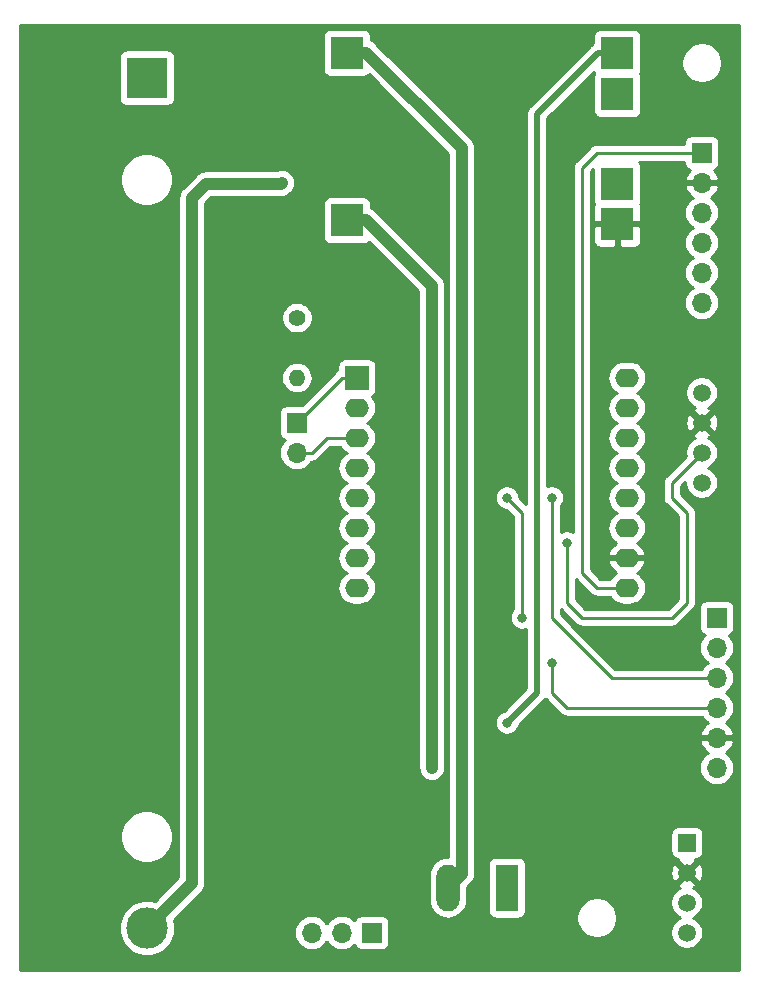
<source format=gbr>
G04 #@! TF.GenerationSoftware,KiCad,Pcbnew,(5.1.4)-1*
G04 #@! TF.CreationDate,2019-10-08T20:05:42+02:00*
G04 #@! TF.ProjectId,weather,77656174-6865-4722-9e6b-696361645f70,rev?*
G04 #@! TF.SameCoordinates,Original*
G04 #@! TF.FileFunction,Copper,L2,Bot*
G04 #@! TF.FilePolarity,Positive*
%FSLAX46Y46*%
G04 Gerber Fmt 4.6, Leading zero omitted, Abs format (unit mm)*
G04 Created by KiCad (PCBNEW (5.1.4)-1) date 2019-10-08 20:05:42*
%MOMM*%
%LPD*%
G04 APERTURE LIST*
%ADD10O,1.700000X1.700000*%
%ADD11R,1.700000X1.700000*%
%ADD12C,1.500000*%
%ADD13O,2.000000X1.600000*%
%ADD14R,2.000000X2.000000*%
%ADD15R,3.500000X3.500000*%
%ADD16C,3.500000*%
%ADD17R,1.500000X1.500000*%
%ADD18R,2.800000X2.800000*%
%ADD19O,1.980000X3.960000*%
%ADD20R,1.980000X3.960000*%
%ADD21O,1.400000X1.400000*%
%ADD22C,1.400000*%
%ADD23C,0.800000*%
%ADD24C,1.000000*%
%ADD25C,0.250000*%
%ADD26C,0.500000*%
%ADD27C,0.254000*%
G04 APERTURE END LIST*
D10*
X154940000Y-81280000D03*
X154940000Y-78740000D03*
X154940000Y-76200000D03*
X154940000Y-73660000D03*
X154940000Y-71120000D03*
D11*
X154940000Y-68580000D03*
D10*
X156210000Y-120650000D03*
X156210000Y-118110000D03*
X156210000Y-115570000D03*
X156210000Y-113030000D03*
X156210000Y-110490000D03*
D11*
X156210000Y-107950000D03*
D12*
X154940000Y-96520000D03*
X154940000Y-93980000D03*
X154940000Y-91440000D03*
X154940000Y-88900000D03*
D10*
X120650000Y-93980000D03*
D11*
X120650000Y-91440000D03*
D10*
X121920000Y-134620000D03*
X124460000Y-134620000D03*
D11*
X127000000Y-134620000D03*
D13*
X148590000Y-87630000D03*
X148590000Y-90170000D03*
X148590000Y-92710000D03*
X148590000Y-95250000D03*
X148590000Y-97790000D03*
X148590000Y-100330000D03*
X148590000Y-102870000D03*
X148590000Y-105410000D03*
X125730000Y-105410000D03*
X125730000Y-102870000D03*
X125730000Y-100330000D03*
X125730000Y-97790000D03*
X125730000Y-95250000D03*
X125730000Y-92710000D03*
D14*
X125730000Y-87630000D03*
D13*
X125730000Y-90170000D03*
D15*
X107950000Y-62230000D03*
D16*
X107950000Y-134230000D03*
D12*
X153670000Y-134620000D03*
X153670000Y-132080000D03*
X153670000Y-129540000D03*
D17*
X153670000Y-127000000D03*
D18*
X147790000Y-71220000D03*
X147790000Y-63620000D03*
X147790000Y-74620000D03*
X147790000Y-60120000D03*
X124890000Y-74320000D03*
X124890000Y-60120000D03*
D19*
X133430000Y-130810000D03*
D20*
X138430000Y-130810000D03*
D21*
X120650000Y-87630000D03*
D22*
X120650000Y-82550000D03*
D23*
X132080000Y-120650000D03*
X138430000Y-116840000D03*
X119380000Y-71120000D03*
X143510000Y-101600000D03*
X142240000Y-97790000D03*
X142240000Y-111760000D03*
X139700000Y-107950000D03*
X138430000Y-97790000D03*
D24*
X134620000Y-68200000D02*
X134620000Y-129620000D01*
X124890000Y-60120000D02*
X126540000Y-60120000D01*
X126540000Y-60120000D02*
X134620000Y-68200000D01*
X132080000Y-80010000D02*
X132080000Y-120650000D01*
X134620000Y-129620000D02*
X133430000Y-130810000D01*
D25*
X132080000Y-79860000D02*
X132080000Y-80010000D01*
D24*
X126540000Y-74320000D02*
X132080000Y-79860000D01*
X124890000Y-74320000D02*
X126540000Y-74320000D01*
D26*
X146140000Y-60120000D02*
X140970000Y-65290000D01*
X140970000Y-65290000D02*
X140970000Y-114300000D01*
X140970000Y-114300000D02*
X138430000Y-116840000D01*
D25*
X107560000Y-62620000D02*
X107950000Y-62230000D01*
X107560000Y-134620000D02*
X107950000Y-134230000D01*
D24*
X111760000Y-130420000D02*
X107950000Y-134230000D01*
X111760000Y-72390000D02*
X111760000Y-130420000D01*
X112930000Y-71220000D02*
X111760000Y-72390000D01*
X119280000Y-71220000D02*
X119380000Y-71120000D01*
X112930000Y-71220000D02*
X119280000Y-71220000D01*
D26*
X146140000Y-60120000D02*
X147790000Y-60120000D01*
D25*
X125730000Y-87630000D02*
X124460000Y-87630000D01*
X124460000Y-87630000D02*
X120650000Y-91440000D01*
X120650000Y-93980000D02*
X121920000Y-93980000D01*
X123190000Y-92710000D02*
X125730000Y-92710000D01*
X121920000Y-93980000D02*
X123190000Y-92710000D01*
X152400000Y-96520000D02*
X154940000Y-93980000D01*
X152400000Y-97790000D02*
X152400000Y-96520000D01*
X143510000Y-106680000D02*
X144780000Y-107950000D01*
X143510000Y-101600000D02*
X143510000Y-106680000D01*
X144780000Y-107950000D02*
X152400000Y-107950000D01*
X152400000Y-107950000D02*
X153670000Y-106680000D01*
X153670000Y-106680000D02*
X153670000Y-99060000D01*
X153670000Y-99060000D02*
X152400000Y-97790000D01*
X146050000Y-105410000D02*
X148590000Y-105410000D01*
X144780000Y-104140000D02*
X146050000Y-105410000D01*
X144780000Y-69850000D02*
X144780000Y-104140000D01*
X154940000Y-68580000D02*
X146050000Y-68580000D01*
X146050000Y-68580000D02*
X144780000Y-69850000D01*
X156210000Y-113030000D02*
X147320000Y-113030000D01*
X147320000Y-113030000D02*
X143510000Y-109220000D01*
X143510000Y-109220000D02*
X142240000Y-107950000D01*
X142240000Y-107950000D02*
X142240000Y-99060000D01*
X142240000Y-99060000D02*
X142240000Y-97790000D01*
X156210000Y-115570000D02*
X143510000Y-115570000D01*
X143510000Y-115570000D02*
X142240000Y-114300000D01*
X142240000Y-114300000D02*
X142240000Y-111760000D01*
X139700000Y-107950000D02*
X139700000Y-99060000D01*
X139700000Y-99060000D02*
X138430000Y-97790000D01*
D27*
G36*
X158090000Y-137770000D02*
G01*
X97180000Y-137770000D01*
X97180000Y-133995098D01*
X105565000Y-133995098D01*
X105565000Y-134464902D01*
X105656654Y-134925679D01*
X105836440Y-135359721D01*
X106097450Y-135750349D01*
X106429651Y-136082550D01*
X106820279Y-136343560D01*
X107254321Y-136523346D01*
X107715098Y-136615000D01*
X108184902Y-136615000D01*
X108645679Y-136523346D01*
X109079721Y-136343560D01*
X109470349Y-136082550D01*
X109802550Y-135750349D01*
X110063560Y-135359721D01*
X110243346Y-134925679D01*
X110304149Y-134620000D01*
X120427815Y-134620000D01*
X120456487Y-134911111D01*
X120541401Y-135191034D01*
X120679294Y-135449014D01*
X120864866Y-135675134D01*
X121090986Y-135860706D01*
X121348966Y-135998599D01*
X121628889Y-136083513D01*
X121847050Y-136105000D01*
X121992950Y-136105000D01*
X122211111Y-136083513D01*
X122491034Y-135998599D01*
X122749014Y-135860706D01*
X122975134Y-135675134D01*
X123160706Y-135449014D01*
X123190000Y-135394209D01*
X123219294Y-135449014D01*
X123404866Y-135675134D01*
X123630986Y-135860706D01*
X123888966Y-135998599D01*
X124168889Y-136083513D01*
X124387050Y-136105000D01*
X124532950Y-136105000D01*
X124751111Y-136083513D01*
X125031034Y-135998599D01*
X125289014Y-135860706D01*
X125515134Y-135675134D01*
X125539607Y-135645313D01*
X125560498Y-135714180D01*
X125619463Y-135824494D01*
X125698815Y-135921185D01*
X125795506Y-136000537D01*
X125905820Y-136059502D01*
X126025518Y-136095812D01*
X126150000Y-136108072D01*
X127850000Y-136108072D01*
X127974482Y-136095812D01*
X128094180Y-136059502D01*
X128204494Y-136000537D01*
X128301185Y-135921185D01*
X128380537Y-135824494D01*
X128439502Y-135714180D01*
X128475812Y-135594482D01*
X128488072Y-135470000D01*
X128488072Y-133770000D01*
X128475812Y-133645518D01*
X128439502Y-133525820D01*
X128380537Y-133415506D01*
X128301185Y-133318815D01*
X128204494Y-133239463D01*
X128094180Y-133180498D01*
X127974482Y-133144188D01*
X127850000Y-133131928D01*
X126150000Y-133131928D01*
X126025518Y-133144188D01*
X125905820Y-133180498D01*
X125795506Y-133239463D01*
X125698815Y-133318815D01*
X125619463Y-133415506D01*
X125560498Y-133525820D01*
X125539607Y-133594687D01*
X125515134Y-133564866D01*
X125289014Y-133379294D01*
X125031034Y-133241401D01*
X124751111Y-133156487D01*
X124532950Y-133135000D01*
X124387050Y-133135000D01*
X124168889Y-133156487D01*
X123888966Y-133241401D01*
X123630986Y-133379294D01*
X123404866Y-133564866D01*
X123219294Y-133790986D01*
X123190000Y-133845791D01*
X123160706Y-133790986D01*
X122975134Y-133564866D01*
X122749014Y-133379294D01*
X122491034Y-133241401D01*
X122211111Y-133156487D01*
X121992950Y-133135000D01*
X121847050Y-133135000D01*
X121628889Y-133156487D01*
X121348966Y-133241401D01*
X121090986Y-133379294D01*
X120864866Y-133564866D01*
X120679294Y-133790986D01*
X120541401Y-134048966D01*
X120456487Y-134328889D01*
X120427815Y-134620000D01*
X110304149Y-134620000D01*
X110335000Y-134464902D01*
X110335000Y-133995098D01*
X110244584Y-133540547D01*
X112523146Y-131261987D01*
X112566449Y-131226449D01*
X112708284Y-131053623D01*
X112813676Y-130856447D01*
X112878577Y-130642499D01*
X112895000Y-130475752D01*
X112900491Y-130420000D01*
X112895000Y-130364248D01*
X112895000Y-93980000D01*
X119157815Y-93980000D01*
X119186487Y-94271111D01*
X119271401Y-94551034D01*
X119409294Y-94809014D01*
X119594866Y-95035134D01*
X119820986Y-95220706D01*
X120078966Y-95358599D01*
X120358889Y-95443513D01*
X120577050Y-95465000D01*
X120722950Y-95465000D01*
X120941111Y-95443513D01*
X121221034Y-95358599D01*
X121479014Y-95220706D01*
X121705134Y-95035134D01*
X121890706Y-94809014D01*
X121925943Y-94743091D01*
X121957322Y-94740000D01*
X121957333Y-94740000D01*
X122068986Y-94729003D01*
X122212247Y-94685546D01*
X122344276Y-94614974D01*
X122460001Y-94520001D01*
X122483804Y-94490997D01*
X123504802Y-93470000D01*
X124309099Y-93470000D01*
X124331068Y-93511101D01*
X124510392Y-93729608D01*
X124728899Y-93908932D01*
X124861858Y-93980000D01*
X124728899Y-94051068D01*
X124510392Y-94230392D01*
X124331068Y-94448899D01*
X124197818Y-94698192D01*
X124115764Y-94968691D01*
X124088057Y-95250000D01*
X124115764Y-95531309D01*
X124197818Y-95801808D01*
X124331068Y-96051101D01*
X124510392Y-96269608D01*
X124728899Y-96448932D01*
X124861858Y-96520000D01*
X124728899Y-96591068D01*
X124510392Y-96770392D01*
X124331068Y-96988899D01*
X124197818Y-97238192D01*
X124115764Y-97508691D01*
X124088057Y-97790000D01*
X124115764Y-98071309D01*
X124197818Y-98341808D01*
X124331068Y-98591101D01*
X124510392Y-98809608D01*
X124728899Y-98988932D01*
X124861858Y-99060000D01*
X124728899Y-99131068D01*
X124510392Y-99310392D01*
X124331068Y-99528899D01*
X124197818Y-99778192D01*
X124115764Y-100048691D01*
X124088057Y-100330000D01*
X124115764Y-100611309D01*
X124197818Y-100881808D01*
X124331068Y-101131101D01*
X124510392Y-101349608D01*
X124728899Y-101528932D01*
X124861858Y-101600000D01*
X124728899Y-101671068D01*
X124510392Y-101850392D01*
X124331068Y-102068899D01*
X124197818Y-102318192D01*
X124115764Y-102588691D01*
X124088057Y-102870000D01*
X124115764Y-103151309D01*
X124197818Y-103421808D01*
X124331068Y-103671101D01*
X124510392Y-103889608D01*
X124728899Y-104068932D01*
X124861858Y-104140000D01*
X124728899Y-104211068D01*
X124510392Y-104390392D01*
X124331068Y-104608899D01*
X124197818Y-104858192D01*
X124115764Y-105128691D01*
X124088057Y-105410000D01*
X124115764Y-105691309D01*
X124197818Y-105961808D01*
X124331068Y-106211101D01*
X124510392Y-106429608D01*
X124728899Y-106608932D01*
X124978192Y-106742182D01*
X125248691Y-106824236D01*
X125459508Y-106845000D01*
X126000492Y-106845000D01*
X126211309Y-106824236D01*
X126481808Y-106742182D01*
X126731101Y-106608932D01*
X126949608Y-106429608D01*
X127128932Y-106211101D01*
X127262182Y-105961808D01*
X127344236Y-105691309D01*
X127371943Y-105410000D01*
X127344236Y-105128691D01*
X127262182Y-104858192D01*
X127128932Y-104608899D01*
X126949608Y-104390392D01*
X126731101Y-104211068D01*
X126598142Y-104140000D01*
X126731101Y-104068932D01*
X126949608Y-103889608D01*
X127128932Y-103671101D01*
X127262182Y-103421808D01*
X127344236Y-103151309D01*
X127371943Y-102870000D01*
X127344236Y-102588691D01*
X127262182Y-102318192D01*
X127128932Y-102068899D01*
X126949608Y-101850392D01*
X126731101Y-101671068D01*
X126598142Y-101600000D01*
X126731101Y-101528932D01*
X126949608Y-101349608D01*
X127128932Y-101131101D01*
X127262182Y-100881808D01*
X127344236Y-100611309D01*
X127371943Y-100330000D01*
X127344236Y-100048691D01*
X127262182Y-99778192D01*
X127128932Y-99528899D01*
X126949608Y-99310392D01*
X126731101Y-99131068D01*
X126598142Y-99060000D01*
X126731101Y-98988932D01*
X126949608Y-98809608D01*
X127128932Y-98591101D01*
X127262182Y-98341808D01*
X127344236Y-98071309D01*
X127371943Y-97790000D01*
X127344236Y-97508691D01*
X127262182Y-97238192D01*
X127128932Y-96988899D01*
X126949608Y-96770392D01*
X126731101Y-96591068D01*
X126598142Y-96520000D01*
X126731101Y-96448932D01*
X126949608Y-96269608D01*
X127128932Y-96051101D01*
X127262182Y-95801808D01*
X127344236Y-95531309D01*
X127371943Y-95250000D01*
X127344236Y-94968691D01*
X127262182Y-94698192D01*
X127128932Y-94448899D01*
X126949608Y-94230392D01*
X126731101Y-94051068D01*
X126598142Y-93980000D01*
X126731101Y-93908932D01*
X126949608Y-93729608D01*
X127128932Y-93511101D01*
X127262182Y-93261808D01*
X127344236Y-92991309D01*
X127371943Y-92710000D01*
X127344236Y-92428691D01*
X127262182Y-92158192D01*
X127128932Y-91908899D01*
X126949608Y-91690392D01*
X126731101Y-91511068D01*
X126598142Y-91440000D01*
X126731101Y-91368932D01*
X126949608Y-91189608D01*
X127128932Y-90971101D01*
X127262182Y-90721808D01*
X127344236Y-90451309D01*
X127371943Y-90170000D01*
X127344236Y-89888691D01*
X127262182Y-89618192D01*
X127128932Y-89368899D01*
X126996524Y-89207559D01*
X127084494Y-89160537D01*
X127181185Y-89081185D01*
X127260537Y-88984494D01*
X127319502Y-88874180D01*
X127355812Y-88754482D01*
X127368072Y-88630000D01*
X127368072Y-86630000D01*
X127355812Y-86505518D01*
X127319502Y-86385820D01*
X127260537Y-86275506D01*
X127181185Y-86178815D01*
X127084494Y-86099463D01*
X126974180Y-86040498D01*
X126854482Y-86004188D01*
X126730000Y-85991928D01*
X124730000Y-85991928D01*
X124605518Y-86004188D01*
X124485820Y-86040498D01*
X124375506Y-86099463D01*
X124278815Y-86178815D01*
X124199463Y-86275506D01*
X124140498Y-86385820D01*
X124104188Y-86505518D01*
X124091928Y-86630000D01*
X124091928Y-86964984D01*
X124035724Y-86995026D01*
X123919999Y-87089999D01*
X123896201Y-87118997D01*
X121063271Y-89951928D01*
X119800000Y-89951928D01*
X119675518Y-89964188D01*
X119555820Y-90000498D01*
X119445506Y-90059463D01*
X119348815Y-90138815D01*
X119269463Y-90235506D01*
X119210498Y-90345820D01*
X119174188Y-90465518D01*
X119161928Y-90590000D01*
X119161928Y-92290000D01*
X119174188Y-92414482D01*
X119210498Y-92534180D01*
X119269463Y-92644494D01*
X119348815Y-92741185D01*
X119445506Y-92820537D01*
X119555820Y-92879502D01*
X119624687Y-92900393D01*
X119594866Y-92924866D01*
X119409294Y-93150986D01*
X119271401Y-93408966D01*
X119186487Y-93688889D01*
X119157815Y-93980000D01*
X112895000Y-93980000D01*
X112895000Y-87630000D01*
X119308541Y-87630000D01*
X119334317Y-87891706D01*
X119410653Y-88143354D01*
X119534618Y-88375275D01*
X119701445Y-88578555D01*
X119904725Y-88745382D01*
X120136646Y-88869347D01*
X120388294Y-88945683D01*
X120584421Y-88965000D01*
X120715579Y-88965000D01*
X120911706Y-88945683D01*
X121163354Y-88869347D01*
X121395275Y-88745382D01*
X121598555Y-88578555D01*
X121765382Y-88375275D01*
X121889347Y-88143354D01*
X121965683Y-87891706D01*
X121991459Y-87630000D01*
X121965683Y-87368294D01*
X121889347Y-87116646D01*
X121765382Y-86884725D01*
X121598555Y-86681445D01*
X121395275Y-86514618D01*
X121163354Y-86390653D01*
X120911706Y-86314317D01*
X120715579Y-86295000D01*
X120584421Y-86295000D01*
X120388294Y-86314317D01*
X120136646Y-86390653D01*
X119904725Y-86514618D01*
X119701445Y-86681445D01*
X119534618Y-86884725D01*
X119410653Y-87116646D01*
X119334317Y-87368294D01*
X119308541Y-87630000D01*
X112895000Y-87630000D01*
X112895000Y-82418514D01*
X119315000Y-82418514D01*
X119315000Y-82681486D01*
X119366304Y-82939405D01*
X119466939Y-83182359D01*
X119613038Y-83401013D01*
X119798987Y-83586962D01*
X120017641Y-83733061D01*
X120260595Y-83833696D01*
X120518514Y-83885000D01*
X120781486Y-83885000D01*
X121039405Y-83833696D01*
X121282359Y-83733061D01*
X121501013Y-83586962D01*
X121686962Y-83401013D01*
X121833061Y-83182359D01*
X121933696Y-82939405D01*
X121985000Y-82681486D01*
X121985000Y-82418514D01*
X121933696Y-82160595D01*
X121833061Y-81917641D01*
X121686962Y-81698987D01*
X121501013Y-81513038D01*
X121282359Y-81366939D01*
X121039405Y-81266304D01*
X120781486Y-81215000D01*
X120518514Y-81215000D01*
X120260595Y-81266304D01*
X120017641Y-81366939D01*
X119798987Y-81513038D01*
X119613038Y-81698987D01*
X119466939Y-81917641D01*
X119366304Y-82160595D01*
X119315000Y-82418514D01*
X112895000Y-82418514D01*
X112895000Y-72920000D01*
X122851928Y-72920000D01*
X122851928Y-75720000D01*
X122864188Y-75844482D01*
X122900498Y-75964180D01*
X122959463Y-76074494D01*
X123038815Y-76171185D01*
X123135506Y-76250537D01*
X123245820Y-76309502D01*
X123365518Y-76345812D01*
X123490000Y-76358072D01*
X126290000Y-76358072D01*
X126414482Y-76345812D01*
X126534180Y-76309502D01*
X126644494Y-76250537D01*
X126741185Y-76171185D01*
X126761410Y-76146541D01*
X130945000Y-80330132D01*
X130945001Y-120705752D01*
X130961424Y-120872499D01*
X131026325Y-121086447D01*
X131131717Y-121283623D01*
X131273552Y-121456449D01*
X131446378Y-121598284D01*
X131643554Y-121703676D01*
X131857502Y-121768577D01*
X132080000Y-121790491D01*
X132302499Y-121768577D01*
X132516447Y-121703676D01*
X132713623Y-121598284D01*
X132886449Y-121456449D01*
X133028284Y-121283623D01*
X133133676Y-121086447D01*
X133198577Y-120872499D01*
X133215000Y-120705752D01*
X133215000Y-79954248D01*
X133213104Y-79934999D01*
X133220491Y-79859999D01*
X133198577Y-79637500D01*
X133133675Y-79423553D01*
X133028283Y-79226377D01*
X132921988Y-79096856D01*
X127381996Y-73556865D01*
X127346449Y-73513551D01*
X127173623Y-73371716D01*
X126976447Y-73266324D01*
X126928072Y-73251649D01*
X126928072Y-72920000D01*
X126915812Y-72795518D01*
X126879502Y-72675820D01*
X126820537Y-72565506D01*
X126741185Y-72468815D01*
X126644494Y-72389463D01*
X126534180Y-72330498D01*
X126414482Y-72294188D01*
X126290000Y-72281928D01*
X123490000Y-72281928D01*
X123365518Y-72294188D01*
X123245820Y-72330498D01*
X123135506Y-72389463D01*
X123038815Y-72468815D01*
X122959463Y-72565506D01*
X122900498Y-72675820D01*
X122864188Y-72795518D01*
X122851928Y-72920000D01*
X112895000Y-72920000D01*
X112895000Y-72860131D01*
X113400132Y-72355000D01*
X119224249Y-72355000D01*
X119280000Y-72360491D01*
X119335751Y-72355000D01*
X119335752Y-72355000D01*
X119502499Y-72338577D01*
X119716447Y-72273676D01*
X119913623Y-72168284D01*
X120086449Y-72026449D01*
X120121996Y-71983135D01*
X120221988Y-71883143D01*
X120328283Y-71753623D01*
X120433675Y-71556447D01*
X120498576Y-71342499D01*
X120520490Y-71120001D01*
X120498576Y-70897502D01*
X120433675Y-70683554D01*
X120328283Y-70486378D01*
X120186448Y-70313552D01*
X120013622Y-70171717D01*
X119816446Y-70066325D01*
X119602498Y-70001424D01*
X119379999Y-69979510D01*
X119157501Y-70001424D01*
X118943553Y-70066325D01*
X118908614Y-70085000D01*
X112985752Y-70085000D01*
X112930000Y-70079509D01*
X112874248Y-70085000D01*
X112707501Y-70101423D01*
X112493553Y-70166324D01*
X112296377Y-70271716D01*
X112123551Y-70413551D01*
X112088011Y-70456857D01*
X110996864Y-71548004D01*
X110953551Y-71583551D01*
X110811716Y-71756377D01*
X110716953Y-71933669D01*
X110706324Y-71953554D01*
X110641423Y-72167502D01*
X110619509Y-72390000D01*
X110625000Y-72445751D01*
X110625001Y-129949866D01*
X108639453Y-131935416D01*
X108184902Y-131845000D01*
X107715098Y-131845000D01*
X107254321Y-131936654D01*
X106820279Y-132116440D01*
X106429651Y-132377450D01*
X106097450Y-132709651D01*
X105836440Y-133100279D01*
X105656654Y-133534321D01*
X105565000Y-133995098D01*
X97180000Y-133995098D01*
X97180000Y-126264872D01*
X105715000Y-126264872D01*
X105715000Y-126705128D01*
X105800890Y-127136925D01*
X105969369Y-127543669D01*
X106213962Y-127909729D01*
X106525271Y-128221038D01*
X106891331Y-128465631D01*
X107298075Y-128634110D01*
X107729872Y-128720000D01*
X108170128Y-128720000D01*
X108601925Y-128634110D01*
X109008669Y-128465631D01*
X109374729Y-128221038D01*
X109686038Y-127909729D01*
X109930631Y-127543669D01*
X110099110Y-127136925D01*
X110185000Y-126705128D01*
X110185000Y-126264872D01*
X110099110Y-125833075D01*
X109930631Y-125426331D01*
X109686038Y-125060271D01*
X109374729Y-124748962D01*
X109008669Y-124504369D01*
X108601925Y-124335890D01*
X108170128Y-124250000D01*
X107729872Y-124250000D01*
X107298075Y-124335890D01*
X106891331Y-124504369D01*
X106525271Y-124748962D01*
X106213962Y-125060271D01*
X105969369Y-125426331D01*
X105800890Y-125833075D01*
X105715000Y-126264872D01*
X97180000Y-126264872D01*
X97180000Y-70654872D01*
X105715000Y-70654872D01*
X105715000Y-71095128D01*
X105800890Y-71526925D01*
X105969369Y-71933669D01*
X106213962Y-72299729D01*
X106525271Y-72611038D01*
X106891331Y-72855631D01*
X107298075Y-73024110D01*
X107729872Y-73110000D01*
X108170128Y-73110000D01*
X108601925Y-73024110D01*
X109008669Y-72855631D01*
X109374729Y-72611038D01*
X109686038Y-72299729D01*
X109930631Y-71933669D01*
X110099110Y-71526925D01*
X110185000Y-71095128D01*
X110185000Y-70654872D01*
X110099110Y-70223075D01*
X109930631Y-69816331D01*
X109686038Y-69450271D01*
X109374729Y-69138962D01*
X109008669Y-68894369D01*
X108601925Y-68725890D01*
X108170128Y-68640000D01*
X107729872Y-68640000D01*
X107298075Y-68725890D01*
X106891331Y-68894369D01*
X106525271Y-69138962D01*
X106213962Y-69450271D01*
X105969369Y-69816331D01*
X105800890Y-70223075D01*
X105715000Y-70654872D01*
X97180000Y-70654872D01*
X97180000Y-60480000D01*
X105561928Y-60480000D01*
X105561928Y-63980000D01*
X105574188Y-64104482D01*
X105610498Y-64224180D01*
X105669463Y-64334494D01*
X105748815Y-64431185D01*
X105845506Y-64510537D01*
X105955820Y-64569502D01*
X106075518Y-64605812D01*
X106200000Y-64618072D01*
X109700000Y-64618072D01*
X109824482Y-64605812D01*
X109944180Y-64569502D01*
X110054494Y-64510537D01*
X110151185Y-64431185D01*
X110230537Y-64334494D01*
X110289502Y-64224180D01*
X110325812Y-64104482D01*
X110338072Y-63980000D01*
X110338072Y-60480000D01*
X110325812Y-60355518D01*
X110289502Y-60235820D01*
X110230537Y-60125506D01*
X110151185Y-60028815D01*
X110054494Y-59949463D01*
X109944180Y-59890498D01*
X109824482Y-59854188D01*
X109700000Y-59841928D01*
X106200000Y-59841928D01*
X106075518Y-59854188D01*
X105955820Y-59890498D01*
X105845506Y-59949463D01*
X105748815Y-60028815D01*
X105669463Y-60125506D01*
X105610498Y-60235820D01*
X105574188Y-60355518D01*
X105561928Y-60480000D01*
X97180000Y-60480000D01*
X97180000Y-58720000D01*
X122851928Y-58720000D01*
X122851928Y-61520000D01*
X122864188Y-61644482D01*
X122900498Y-61764180D01*
X122959463Y-61874494D01*
X123038815Y-61971185D01*
X123135506Y-62050537D01*
X123245820Y-62109502D01*
X123365518Y-62145812D01*
X123490000Y-62158072D01*
X126290000Y-62158072D01*
X126414482Y-62145812D01*
X126534180Y-62109502D01*
X126644494Y-62050537D01*
X126741185Y-61971185D01*
X126761410Y-61946541D01*
X133485000Y-68670133D01*
X133485001Y-128192555D01*
X133430000Y-128187138D01*
X133111445Y-128218513D01*
X132805132Y-128311432D01*
X132522831Y-128462325D01*
X132275393Y-128665392D01*
X132072326Y-128912830D01*
X131921433Y-129195131D01*
X131828514Y-129501444D01*
X131805001Y-129740176D01*
X131805000Y-131879823D01*
X131828513Y-132118555D01*
X131921432Y-132424868D01*
X132072325Y-132707169D01*
X132275392Y-132954608D01*
X132522830Y-133157675D01*
X132805131Y-133308568D01*
X133111444Y-133401487D01*
X133430000Y-133432862D01*
X133748555Y-133401487D01*
X134054868Y-133308568D01*
X134337169Y-133157675D01*
X134584608Y-132954608D01*
X134787675Y-132707170D01*
X134938568Y-132424869D01*
X135031487Y-132118556D01*
X135055000Y-131879824D01*
X135055000Y-130790132D01*
X135383140Y-130461992D01*
X135426449Y-130426449D01*
X135568284Y-130253623D01*
X135673676Y-130056447D01*
X135738577Y-129842499D01*
X135744105Y-129786377D01*
X135760491Y-129620001D01*
X135755000Y-129564249D01*
X135755000Y-128830000D01*
X136801928Y-128830000D01*
X136801928Y-132790000D01*
X136814188Y-132914482D01*
X136850498Y-133034180D01*
X136909463Y-133144494D01*
X136988815Y-133241185D01*
X137085506Y-133320537D01*
X137195820Y-133379502D01*
X137315518Y-133415812D01*
X137440000Y-133428072D01*
X139420000Y-133428072D01*
X139544482Y-133415812D01*
X139664180Y-133379502D01*
X139774494Y-133320537D01*
X139871185Y-133241185D01*
X139922122Y-133179117D01*
X144315000Y-133179117D01*
X144315000Y-133520883D01*
X144381675Y-133856081D01*
X144512463Y-134171831D01*
X144702337Y-134455998D01*
X144944002Y-134697663D01*
X145228169Y-134887537D01*
X145543919Y-135018325D01*
X145879117Y-135085000D01*
X146220883Y-135085000D01*
X146556081Y-135018325D01*
X146871831Y-134887537D01*
X147155998Y-134697663D01*
X147397663Y-134455998D01*
X147587537Y-134171831D01*
X147718325Y-133856081D01*
X147785000Y-133520883D01*
X147785000Y-133179117D01*
X147718325Y-132843919D01*
X147587537Y-132528169D01*
X147397663Y-132244002D01*
X147155998Y-132002337D01*
X147068076Y-131943589D01*
X152285000Y-131943589D01*
X152285000Y-132216411D01*
X152338225Y-132483989D01*
X152442629Y-132736043D01*
X152594201Y-132962886D01*
X152787114Y-133155799D01*
X153013957Y-133307371D01*
X153116873Y-133350000D01*
X153013957Y-133392629D01*
X152787114Y-133544201D01*
X152594201Y-133737114D01*
X152442629Y-133963957D01*
X152338225Y-134216011D01*
X152285000Y-134483589D01*
X152285000Y-134756411D01*
X152338225Y-135023989D01*
X152442629Y-135276043D01*
X152594201Y-135502886D01*
X152787114Y-135695799D01*
X153013957Y-135847371D01*
X153266011Y-135951775D01*
X153533589Y-136005000D01*
X153806411Y-136005000D01*
X154073989Y-135951775D01*
X154326043Y-135847371D01*
X154552886Y-135695799D01*
X154745799Y-135502886D01*
X154897371Y-135276043D01*
X155001775Y-135023989D01*
X155055000Y-134756411D01*
X155055000Y-134483589D01*
X155001775Y-134216011D01*
X154897371Y-133963957D01*
X154745799Y-133737114D01*
X154552886Y-133544201D01*
X154326043Y-133392629D01*
X154223127Y-133350000D01*
X154326043Y-133307371D01*
X154552886Y-133155799D01*
X154745799Y-132962886D01*
X154897371Y-132736043D01*
X155001775Y-132483989D01*
X155055000Y-132216411D01*
X155055000Y-131943589D01*
X155001775Y-131676011D01*
X154897371Y-131423957D01*
X154745799Y-131197114D01*
X154552886Y-131004201D01*
X154326043Y-130852629D01*
X154226721Y-130811489D01*
X154268832Y-130796277D01*
X154381863Y-130735860D01*
X154447388Y-130496993D01*
X153670000Y-129719605D01*
X152892612Y-130496993D01*
X152958137Y-130735860D01*
X153116477Y-130810164D01*
X153013957Y-130852629D01*
X152787114Y-131004201D01*
X152594201Y-131197114D01*
X152442629Y-131423957D01*
X152338225Y-131676011D01*
X152285000Y-131943589D01*
X147068076Y-131943589D01*
X146871831Y-131812463D01*
X146556081Y-131681675D01*
X146220883Y-131615000D01*
X145879117Y-131615000D01*
X145543919Y-131681675D01*
X145228169Y-131812463D01*
X144944002Y-132002337D01*
X144702337Y-132244002D01*
X144512463Y-132528169D01*
X144381675Y-132843919D01*
X144315000Y-133179117D01*
X139922122Y-133179117D01*
X139950537Y-133144494D01*
X140009502Y-133034180D01*
X140045812Y-132914482D01*
X140058072Y-132790000D01*
X140058072Y-129612492D01*
X152280188Y-129612492D01*
X152321035Y-129882238D01*
X152413723Y-130138832D01*
X152474140Y-130251863D01*
X152713007Y-130317388D01*
X153490395Y-129540000D01*
X153849605Y-129540000D01*
X154626993Y-130317388D01*
X154865860Y-130251863D01*
X154981760Y-130004884D01*
X155047250Y-129740040D01*
X155059812Y-129467508D01*
X155018965Y-129197762D01*
X154926277Y-128941168D01*
X154865860Y-128828137D01*
X154626993Y-128762612D01*
X153849605Y-129540000D01*
X153490395Y-129540000D01*
X152713007Y-128762612D01*
X152474140Y-128828137D01*
X152358240Y-129075116D01*
X152292750Y-129339960D01*
X152280188Y-129612492D01*
X140058072Y-129612492D01*
X140058072Y-128830000D01*
X140045812Y-128705518D01*
X140009502Y-128585820D01*
X139950537Y-128475506D01*
X139871185Y-128378815D01*
X139774494Y-128299463D01*
X139664180Y-128240498D01*
X139544482Y-128204188D01*
X139420000Y-128191928D01*
X137440000Y-128191928D01*
X137315518Y-128204188D01*
X137195820Y-128240498D01*
X137085506Y-128299463D01*
X136988815Y-128378815D01*
X136909463Y-128475506D01*
X136850498Y-128585820D01*
X136814188Y-128705518D01*
X136801928Y-128830000D01*
X135755000Y-128830000D01*
X135755000Y-126250000D01*
X152281928Y-126250000D01*
X152281928Y-127750000D01*
X152294188Y-127874482D01*
X152330498Y-127994180D01*
X152389463Y-128104494D01*
X152468815Y-128201185D01*
X152565506Y-128280537D01*
X152675820Y-128339502D01*
X152795518Y-128375812D01*
X152920000Y-128388072D01*
X152946086Y-128388072D01*
X152892612Y-128583007D01*
X153670000Y-129360395D01*
X154447388Y-128583007D01*
X154393914Y-128388072D01*
X154420000Y-128388072D01*
X154544482Y-128375812D01*
X154664180Y-128339502D01*
X154774494Y-128280537D01*
X154871185Y-128201185D01*
X154950537Y-128104494D01*
X155009502Y-127994180D01*
X155045812Y-127874482D01*
X155058072Y-127750000D01*
X155058072Y-126250000D01*
X155045812Y-126125518D01*
X155009502Y-126005820D01*
X154950537Y-125895506D01*
X154871185Y-125798815D01*
X154774494Y-125719463D01*
X154664180Y-125660498D01*
X154544482Y-125624188D01*
X154420000Y-125611928D01*
X152920000Y-125611928D01*
X152795518Y-125624188D01*
X152675820Y-125660498D01*
X152565506Y-125719463D01*
X152468815Y-125798815D01*
X152389463Y-125895506D01*
X152330498Y-126005820D01*
X152294188Y-126125518D01*
X152281928Y-126250000D01*
X135755000Y-126250000D01*
X135755000Y-120650000D01*
X154717815Y-120650000D01*
X154746487Y-120941111D01*
X154831401Y-121221034D01*
X154969294Y-121479014D01*
X155154866Y-121705134D01*
X155380986Y-121890706D01*
X155638966Y-122028599D01*
X155918889Y-122113513D01*
X156137050Y-122135000D01*
X156282950Y-122135000D01*
X156501111Y-122113513D01*
X156781034Y-122028599D01*
X157039014Y-121890706D01*
X157265134Y-121705134D01*
X157450706Y-121479014D01*
X157588599Y-121221034D01*
X157673513Y-120941111D01*
X157702185Y-120650000D01*
X157673513Y-120358889D01*
X157588599Y-120078966D01*
X157450706Y-119820986D01*
X157265134Y-119594866D01*
X157039014Y-119409294D01*
X156974477Y-119374799D01*
X157091355Y-119305178D01*
X157307588Y-119110269D01*
X157481641Y-118876920D01*
X157606825Y-118614099D01*
X157651476Y-118466890D01*
X157530155Y-118237000D01*
X156337000Y-118237000D01*
X156337000Y-118257000D01*
X156083000Y-118257000D01*
X156083000Y-118237000D01*
X154889845Y-118237000D01*
X154768524Y-118466890D01*
X154813175Y-118614099D01*
X154938359Y-118876920D01*
X155112412Y-119110269D01*
X155328645Y-119305178D01*
X155445523Y-119374799D01*
X155380986Y-119409294D01*
X155154866Y-119594866D01*
X154969294Y-119820986D01*
X154831401Y-120078966D01*
X154746487Y-120358889D01*
X154717815Y-120650000D01*
X135755000Y-120650000D01*
X135755000Y-97688061D01*
X137395000Y-97688061D01*
X137395000Y-97891939D01*
X137434774Y-98091898D01*
X137512795Y-98280256D01*
X137626063Y-98449774D01*
X137770226Y-98593937D01*
X137939744Y-98707205D01*
X138128102Y-98785226D01*
X138328061Y-98825000D01*
X138390199Y-98825000D01*
X138940001Y-99374803D01*
X138940000Y-107246289D01*
X138896063Y-107290226D01*
X138782795Y-107459744D01*
X138704774Y-107648102D01*
X138665000Y-107848061D01*
X138665000Y-108051939D01*
X138704774Y-108251898D01*
X138782795Y-108440256D01*
X138896063Y-108609774D01*
X139040226Y-108753937D01*
X139209744Y-108867205D01*
X139398102Y-108945226D01*
X139598061Y-108985000D01*
X139801939Y-108985000D01*
X140001898Y-108945226D01*
X140085001Y-108910803D01*
X140085001Y-113933420D01*
X138184957Y-115833465D01*
X138128102Y-115844774D01*
X137939744Y-115922795D01*
X137770226Y-116036063D01*
X137626063Y-116180226D01*
X137512795Y-116349744D01*
X137434774Y-116538102D01*
X137395000Y-116738061D01*
X137395000Y-116941939D01*
X137434774Y-117141898D01*
X137512795Y-117330256D01*
X137626063Y-117499774D01*
X137770226Y-117643937D01*
X137939744Y-117757205D01*
X138128102Y-117835226D01*
X138328061Y-117875000D01*
X138531939Y-117875000D01*
X138731898Y-117835226D01*
X138920256Y-117757205D01*
X139089774Y-117643937D01*
X139233937Y-117499774D01*
X139347205Y-117330256D01*
X139425226Y-117141898D01*
X139436535Y-117085043D01*
X141565049Y-114956530D01*
X141598817Y-114928817D01*
X141685853Y-114822764D01*
X141699999Y-114840001D01*
X141729003Y-114863804D01*
X142946201Y-116081003D01*
X142969999Y-116110001D01*
X143085724Y-116204974D01*
X143217753Y-116275546D01*
X143361014Y-116319003D01*
X143472667Y-116330000D01*
X143472676Y-116330000D01*
X143509999Y-116333676D01*
X143547322Y-116330000D01*
X154932405Y-116330000D01*
X154969294Y-116399014D01*
X155154866Y-116625134D01*
X155380986Y-116810706D01*
X155445523Y-116845201D01*
X155328645Y-116914822D01*
X155112412Y-117109731D01*
X154938359Y-117343080D01*
X154813175Y-117605901D01*
X154768524Y-117753110D01*
X154889845Y-117983000D01*
X156083000Y-117983000D01*
X156083000Y-117963000D01*
X156337000Y-117963000D01*
X156337000Y-117983000D01*
X157530155Y-117983000D01*
X157651476Y-117753110D01*
X157606825Y-117605901D01*
X157481641Y-117343080D01*
X157307588Y-117109731D01*
X157091355Y-116914822D01*
X156974477Y-116845201D01*
X157039014Y-116810706D01*
X157265134Y-116625134D01*
X157450706Y-116399014D01*
X157588599Y-116141034D01*
X157673513Y-115861111D01*
X157702185Y-115570000D01*
X157673513Y-115278889D01*
X157588599Y-114998966D01*
X157450706Y-114740986D01*
X157265134Y-114514866D01*
X157039014Y-114329294D01*
X156984209Y-114300000D01*
X157039014Y-114270706D01*
X157265134Y-114085134D01*
X157450706Y-113859014D01*
X157588599Y-113601034D01*
X157673513Y-113321111D01*
X157702185Y-113030000D01*
X157673513Y-112738889D01*
X157588599Y-112458966D01*
X157450706Y-112200986D01*
X157265134Y-111974866D01*
X157039014Y-111789294D01*
X156984209Y-111760000D01*
X157039014Y-111730706D01*
X157265134Y-111545134D01*
X157450706Y-111319014D01*
X157588599Y-111061034D01*
X157673513Y-110781111D01*
X157702185Y-110490000D01*
X157673513Y-110198889D01*
X157588599Y-109918966D01*
X157450706Y-109660986D01*
X157265134Y-109434866D01*
X157235313Y-109410393D01*
X157304180Y-109389502D01*
X157414494Y-109330537D01*
X157511185Y-109251185D01*
X157590537Y-109154494D01*
X157649502Y-109044180D01*
X157685812Y-108924482D01*
X157698072Y-108800000D01*
X157698072Y-107100000D01*
X157685812Y-106975518D01*
X157649502Y-106855820D01*
X157590537Y-106745506D01*
X157511185Y-106648815D01*
X157414494Y-106569463D01*
X157304180Y-106510498D01*
X157184482Y-106474188D01*
X157060000Y-106461928D01*
X155360000Y-106461928D01*
X155235518Y-106474188D01*
X155115820Y-106510498D01*
X155005506Y-106569463D01*
X154908815Y-106648815D01*
X154829463Y-106745506D01*
X154770498Y-106855820D01*
X154734188Y-106975518D01*
X154721928Y-107100000D01*
X154721928Y-108800000D01*
X154734188Y-108924482D01*
X154770498Y-109044180D01*
X154829463Y-109154494D01*
X154908815Y-109251185D01*
X155005506Y-109330537D01*
X155115820Y-109389502D01*
X155184687Y-109410393D01*
X155154866Y-109434866D01*
X154969294Y-109660986D01*
X154831401Y-109918966D01*
X154746487Y-110198889D01*
X154717815Y-110490000D01*
X154746487Y-110781111D01*
X154831401Y-111061034D01*
X154969294Y-111319014D01*
X155154866Y-111545134D01*
X155380986Y-111730706D01*
X155435791Y-111760000D01*
X155380986Y-111789294D01*
X155154866Y-111974866D01*
X154969294Y-112200986D01*
X154932405Y-112270000D01*
X147634802Y-112270000D01*
X144073804Y-108709003D01*
X144073799Y-108708997D01*
X143000000Y-107635199D01*
X143000000Y-107244801D01*
X144216200Y-108461002D01*
X144239999Y-108490001D01*
X144355724Y-108584974D01*
X144487753Y-108655546D01*
X144631014Y-108699003D01*
X144742667Y-108710000D01*
X144742676Y-108710000D01*
X144779999Y-108713676D01*
X144817322Y-108710000D01*
X152362678Y-108710000D01*
X152400000Y-108713676D01*
X152437322Y-108710000D01*
X152437333Y-108710000D01*
X152548986Y-108699003D01*
X152692247Y-108655546D01*
X152824276Y-108584974D01*
X152940001Y-108490001D01*
X152963804Y-108460997D01*
X154181004Y-107243798D01*
X154210001Y-107220001D01*
X154304974Y-107104276D01*
X154375546Y-106972247D01*
X154419003Y-106828986D01*
X154430000Y-106717333D01*
X154430000Y-106717324D01*
X154433676Y-106680001D01*
X154430000Y-106642678D01*
X154430000Y-99097322D01*
X154433676Y-99059999D01*
X154430000Y-99022676D01*
X154430000Y-99022667D01*
X154419003Y-98911014D01*
X154375546Y-98767753D01*
X154304974Y-98635724D01*
X154210001Y-98519999D01*
X154181003Y-98496201D01*
X153160000Y-97475199D01*
X153160000Y-96834801D01*
X153555000Y-96439801D01*
X153555000Y-96656411D01*
X153608225Y-96923989D01*
X153712629Y-97176043D01*
X153864201Y-97402886D01*
X154057114Y-97595799D01*
X154283957Y-97747371D01*
X154536011Y-97851775D01*
X154803589Y-97905000D01*
X155076411Y-97905000D01*
X155343989Y-97851775D01*
X155596043Y-97747371D01*
X155822886Y-97595799D01*
X156015799Y-97402886D01*
X156167371Y-97176043D01*
X156271775Y-96923989D01*
X156325000Y-96656411D01*
X156325000Y-96383589D01*
X156271775Y-96116011D01*
X156167371Y-95863957D01*
X156015799Y-95637114D01*
X155822886Y-95444201D01*
X155596043Y-95292629D01*
X155493127Y-95250000D01*
X155596043Y-95207371D01*
X155822886Y-95055799D01*
X156015799Y-94862886D01*
X156167371Y-94636043D01*
X156271775Y-94383989D01*
X156325000Y-94116411D01*
X156325000Y-93843589D01*
X156271775Y-93576011D01*
X156167371Y-93323957D01*
X156015799Y-93097114D01*
X155822886Y-92904201D01*
X155596043Y-92752629D01*
X155496721Y-92711489D01*
X155538832Y-92696277D01*
X155651863Y-92635860D01*
X155717388Y-92396993D01*
X154940000Y-91619605D01*
X154162612Y-92396993D01*
X154228137Y-92635860D01*
X154386477Y-92710164D01*
X154283957Y-92752629D01*
X154057114Y-92904201D01*
X153864201Y-93097114D01*
X153712629Y-93323957D01*
X153608225Y-93576011D01*
X153555000Y-93843589D01*
X153555000Y-94116411D01*
X153583833Y-94261364D01*
X151888998Y-95956201D01*
X151860000Y-95979999D01*
X151836202Y-96008997D01*
X151836201Y-96008998D01*
X151765026Y-96095724D01*
X151694454Y-96227754D01*
X151664180Y-96327558D01*
X151650998Y-96371014D01*
X151640001Y-96482667D01*
X151636324Y-96520000D01*
X151640001Y-96557332D01*
X151640000Y-97752677D01*
X151636324Y-97790000D01*
X151640000Y-97827322D01*
X151640000Y-97827332D01*
X151650997Y-97938985D01*
X151691136Y-98071309D01*
X151694454Y-98082246D01*
X151765026Y-98214276D01*
X151804871Y-98262826D01*
X151859999Y-98330001D01*
X151889003Y-98353804D01*
X152910001Y-99374803D01*
X152910000Y-106365198D01*
X152085199Y-107190000D01*
X145094802Y-107190000D01*
X144270000Y-106365199D01*
X144270000Y-104704801D01*
X145486201Y-105921003D01*
X145509999Y-105950001D01*
X145625724Y-106044974D01*
X145757753Y-106115546D01*
X145901014Y-106159003D01*
X146012667Y-106170000D01*
X146012676Y-106170000D01*
X146049999Y-106173676D01*
X146087322Y-106170000D01*
X147169099Y-106170000D01*
X147191068Y-106211101D01*
X147370392Y-106429608D01*
X147588899Y-106608932D01*
X147838192Y-106742182D01*
X148108691Y-106824236D01*
X148319508Y-106845000D01*
X148860492Y-106845000D01*
X149071309Y-106824236D01*
X149341808Y-106742182D01*
X149591101Y-106608932D01*
X149809608Y-106429608D01*
X149988932Y-106211101D01*
X150122182Y-105961808D01*
X150204236Y-105691309D01*
X150231943Y-105410000D01*
X150204236Y-105128691D01*
X150122182Y-104858192D01*
X149988932Y-104608899D01*
X149809608Y-104390392D01*
X149591101Y-104211068D01*
X149461655Y-104141878D01*
X149479227Y-104134430D01*
X149712662Y-103975673D01*
X149910639Y-103774425D01*
X150065551Y-103538421D01*
X150171444Y-103276730D01*
X150181904Y-103219039D01*
X150059915Y-102997000D01*
X148717000Y-102997000D01*
X148717000Y-103017000D01*
X148463000Y-103017000D01*
X148463000Y-102997000D01*
X147120085Y-102997000D01*
X146998096Y-103219039D01*
X147008556Y-103276730D01*
X147114449Y-103538421D01*
X147269361Y-103774425D01*
X147467338Y-103975673D01*
X147700773Y-104134430D01*
X147718345Y-104141878D01*
X147588899Y-104211068D01*
X147370392Y-104390392D01*
X147191068Y-104608899D01*
X147169099Y-104650000D01*
X146364802Y-104650000D01*
X145540000Y-103825199D01*
X145540000Y-87630000D01*
X146948057Y-87630000D01*
X146975764Y-87911309D01*
X147057818Y-88181808D01*
X147191068Y-88431101D01*
X147370392Y-88649608D01*
X147588899Y-88828932D01*
X147721858Y-88900000D01*
X147588899Y-88971068D01*
X147370392Y-89150392D01*
X147191068Y-89368899D01*
X147057818Y-89618192D01*
X146975764Y-89888691D01*
X146948057Y-90170000D01*
X146975764Y-90451309D01*
X147057818Y-90721808D01*
X147191068Y-90971101D01*
X147370392Y-91189608D01*
X147588899Y-91368932D01*
X147721858Y-91440000D01*
X147588899Y-91511068D01*
X147370392Y-91690392D01*
X147191068Y-91908899D01*
X147057818Y-92158192D01*
X146975764Y-92428691D01*
X146948057Y-92710000D01*
X146975764Y-92991309D01*
X147057818Y-93261808D01*
X147191068Y-93511101D01*
X147370392Y-93729608D01*
X147588899Y-93908932D01*
X147721858Y-93980000D01*
X147588899Y-94051068D01*
X147370392Y-94230392D01*
X147191068Y-94448899D01*
X147057818Y-94698192D01*
X146975764Y-94968691D01*
X146948057Y-95250000D01*
X146975764Y-95531309D01*
X147057818Y-95801808D01*
X147191068Y-96051101D01*
X147370392Y-96269608D01*
X147588899Y-96448932D01*
X147721858Y-96520000D01*
X147588899Y-96591068D01*
X147370392Y-96770392D01*
X147191068Y-96988899D01*
X147057818Y-97238192D01*
X146975764Y-97508691D01*
X146948057Y-97790000D01*
X146975764Y-98071309D01*
X147057818Y-98341808D01*
X147191068Y-98591101D01*
X147370392Y-98809608D01*
X147588899Y-98988932D01*
X147721858Y-99060000D01*
X147588899Y-99131068D01*
X147370392Y-99310392D01*
X147191068Y-99528899D01*
X147057818Y-99778192D01*
X146975764Y-100048691D01*
X146948057Y-100330000D01*
X146975764Y-100611309D01*
X147057818Y-100881808D01*
X147191068Y-101131101D01*
X147370392Y-101349608D01*
X147588899Y-101528932D01*
X147718345Y-101598122D01*
X147700773Y-101605570D01*
X147467338Y-101764327D01*
X147269361Y-101965575D01*
X147114449Y-102201579D01*
X147008556Y-102463270D01*
X146998096Y-102520961D01*
X147120085Y-102743000D01*
X148463000Y-102743000D01*
X148463000Y-102723000D01*
X148717000Y-102723000D01*
X148717000Y-102743000D01*
X150059915Y-102743000D01*
X150181904Y-102520961D01*
X150171444Y-102463270D01*
X150065551Y-102201579D01*
X149910639Y-101965575D01*
X149712662Y-101764327D01*
X149479227Y-101605570D01*
X149461655Y-101598122D01*
X149591101Y-101528932D01*
X149809608Y-101349608D01*
X149988932Y-101131101D01*
X150122182Y-100881808D01*
X150204236Y-100611309D01*
X150231943Y-100330000D01*
X150204236Y-100048691D01*
X150122182Y-99778192D01*
X149988932Y-99528899D01*
X149809608Y-99310392D01*
X149591101Y-99131068D01*
X149458142Y-99060000D01*
X149591101Y-98988932D01*
X149809608Y-98809608D01*
X149988932Y-98591101D01*
X150122182Y-98341808D01*
X150204236Y-98071309D01*
X150231943Y-97790000D01*
X150204236Y-97508691D01*
X150122182Y-97238192D01*
X149988932Y-96988899D01*
X149809608Y-96770392D01*
X149591101Y-96591068D01*
X149458142Y-96520000D01*
X149591101Y-96448932D01*
X149809608Y-96269608D01*
X149988932Y-96051101D01*
X150122182Y-95801808D01*
X150204236Y-95531309D01*
X150231943Y-95250000D01*
X150204236Y-94968691D01*
X150122182Y-94698192D01*
X149988932Y-94448899D01*
X149809608Y-94230392D01*
X149591101Y-94051068D01*
X149458142Y-93980000D01*
X149591101Y-93908932D01*
X149809608Y-93729608D01*
X149988932Y-93511101D01*
X150122182Y-93261808D01*
X150204236Y-92991309D01*
X150231943Y-92710000D01*
X150204236Y-92428691D01*
X150122182Y-92158192D01*
X149988932Y-91908899D01*
X149809608Y-91690392D01*
X149592837Y-91512492D01*
X153550188Y-91512492D01*
X153591035Y-91782238D01*
X153683723Y-92038832D01*
X153744140Y-92151863D01*
X153983007Y-92217388D01*
X154760395Y-91440000D01*
X155119605Y-91440000D01*
X155896993Y-92217388D01*
X156135860Y-92151863D01*
X156251760Y-91904884D01*
X156317250Y-91640040D01*
X156329812Y-91367508D01*
X156288965Y-91097762D01*
X156196277Y-90841168D01*
X156135860Y-90728137D01*
X155896993Y-90662612D01*
X155119605Y-91440000D01*
X154760395Y-91440000D01*
X153983007Y-90662612D01*
X153744140Y-90728137D01*
X153628240Y-90975116D01*
X153562750Y-91239960D01*
X153550188Y-91512492D01*
X149592837Y-91512492D01*
X149591101Y-91511068D01*
X149458142Y-91440000D01*
X149591101Y-91368932D01*
X149809608Y-91189608D01*
X149988932Y-90971101D01*
X150122182Y-90721808D01*
X150204236Y-90451309D01*
X150231943Y-90170000D01*
X150204236Y-89888691D01*
X150122182Y-89618192D01*
X149988932Y-89368899D01*
X149809608Y-89150392D01*
X149591101Y-88971068D01*
X149458142Y-88900000D01*
X149591101Y-88828932D01*
X149670721Y-88763589D01*
X153555000Y-88763589D01*
X153555000Y-89036411D01*
X153608225Y-89303989D01*
X153712629Y-89556043D01*
X153864201Y-89782886D01*
X154057114Y-89975799D01*
X154283957Y-90127371D01*
X154383279Y-90168511D01*
X154341168Y-90183723D01*
X154228137Y-90244140D01*
X154162612Y-90483007D01*
X154940000Y-91260395D01*
X155717388Y-90483007D01*
X155651863Y-90244140D01*
X155493523Y-90169836D01*
X155596043Y-90127371D01*
X155822886Y-89975799D01*
X156015799Y-89782886D01*
X156167371Y-89556043D01*
X156271775Y-89303989D01*
X156325000Y-89036411D01*
X156325000Y-88763589D01*
X156271775Y-88496011D01*
X156167371Y-88243957D01*
X156015799Y-88017114D01*
X155822886Y-87824201D01*
X155596043Y-87672629D01*
X155343989Y-87568225D01*
X155076411Y-87515000D01*
X154803589Y-87515000D01*
X154536011Y-87568225D01*
X154283957Y-87672629D01*
X154057114Y-87824201D01*
X153864201Y-88017114D01*
X153712629Y-88243957D01*
X153608225Y-88496011D01*
X153555000Y-88763589D01*
X149670721Y-88763589D01*
X149809608Y-88649608D01*
X149988932Y-88431101D01*
X150122182Y-88181808D01*
X150204236Y-87911309D01*
X150231943Y-87630000D01*
X150204236Y-87348691D01*
X150122182Y-87078192D01*
X149988932Y-86828899D01*
X149809608Y-86610392D01*
X149591101Y-86431068D01*
X149341808Y-86297818D01*
X149071309Y-86215764D01*
X148860492Y-86195000D01*
X148319508Y-86195000D01*
X148108691Y-86215764D01*
X147838192Y-86297818D01*
X147588899Y-86431068D01*
X147370392Y-86610392D01*
X147191068Y-86828899D01*
X147057818Y-87078192D01*
X146975764Y-87348691D01*
X146948057Y-87630000D01*
X145540000Y-87630000D01*
X145540000Y-76020000D01*
X145751928Y-76020000D01*
X145764188Y-76144482D01*
X145800498Y-76264180D01*
X145859463Y-76374494D01*
X145938815Y-76471185D01*
X146035506Y-76550537D01*
X146145820Y-76609502D01*
X146265518Y-76645812D01*
X146390000Y-76658072D01*
X147504250Y-76655000D01*
X147663000Y-76496250D01*
X147663000Y-74747000D01*
X147917000Y-74747000D01*
X147917000Y-76496250D01*
X148075750Y-76655000D01*
X149190000Y-76658072D01*
X149314482Y-76645812D01*
X149434180Y-76609502D01*
X149544494Y-76550537D01*
X149641185Y-76471185D01*
X149720537Y-76374494D01*
X149779502Y-76264180D01*
X149815812Y-76144482D01*
X149828072Y-76020000D01*
X149825000Y-74905750D01*
X149666250Y-74747000D01*
X147917000Y-74747000D01*
X147663000Y-74747000D01*
X145913750Y-74747000D01*
X145755000Y-74905750D01*
X145751928Y-76020000D01*
X145540000Y-76020000D01*
X145540000Y-70164801D01*
X145751928Y-69952873D01*
X145751928Y-72620000D01*
X145764188Y-72744482D01*
X145800498Y-72864180D01*
X145830335Y-72920000D01*
X145800498Y-72975820D01*
X145764188Y-73095518D01*
X145751928Y-73220000D01*
X145755000Y-74334250D01*
X145913750Y-74493000D01*
X147663000Y-74493000D01*
X147663000Y-74473000D01*
X147917000Y-74473000D01*
X147917000Y-74493000D01*
X149666250Y-74493000D01*
X149825000Y-74334250D01*
X149826858Y-73660000D01*
X153447815Y-73660000D01*
X153476487Y-73951111D01*
X153561401Y-74231034D01*
X153699294Y-74489014D01*
X153884866Y-74715134D01*
X154110986Y-74900706D01*
X154165791Y-74930000D01*
X154110986Y-74959294D01*
X153884866Y-75144866D01*
X153699294Y-75370986D01*
X153561401Y-75628966D01*
X153476487Y-75908889D01*
X153447815Y-76200000D01*
X153476487Y-76491111D01*
X153561401Y-76771034D01*
X153699294Y-77029014D01*
X153884866Y-77255134D01*
X154110986Y-77440706D01*
X154165791Y-77470000D01*
X154110986Y-77499294D01*
X153884866Y-77684866D01*
X153699294Y-77910986D01*
X153561401Y-78168966D01*
X153476487Y-78448889D01*
X153447815Y-78740000D01*
X153476487Y-79031111D01*
X153561401Y-79311034D01*
X153699294Y-79569014D01*
X153884866Y-79795134D01*
X154110986Y-79980706D01*
X154165791Y-80010000D01*
X154110986Y-80039294D01*
X153884866Y-80224866D01*
X153699294Y-80450986D01*
X153561401Y-80708966D01*
X153476487Y-80988889D01*
X153447815Y-81280000D01*
X153476487Y-81571111D01*
X153561401Y-81851034D01*
X153699294Y-82109014D01*
X153884866Y-82335134D01*
X154110986Y-82520706D01*
X154368966Y-82658599D01*
X154648889Y-82743513D01*
X154867050Y-82765000D01*
X155012950Y-82765000D01*
X155231111Y-82743513D01*
X155511034Y-82658599D01*
X155769014Y-82520706D01*
X155995134Y-82335134D01*
X156180706Y-82109014D01*
X156318599Y-81851034D01*
X156403513Y-81571111D01*
X156432185Y-81280000D01*
X156403513Y-80988889D01*
X156318599Y-80708966D01*
X156180706Y-80450986D01*
X155995134Y-80224866D01*
X155769014Y-80039294D01*
X155714209Y-80010000D01*
X155769014Y-79980706D01*
X155995134Y-79795134D01*
X156180706Y-79569014D01*
X156318599Y-79311034D01*
X156403513Y-79031111D01*
X156432185Y-78740000D01*
X156403513Y-78448889D01*
X156318599Y-78168966D01*
X156180706Y-77910986D01*
X155995134Y-77684866D01*
X155769014Y-77499294D01*
X155714209Y-77470000D01*
X155769014Y-77440706D01*
X155995134Y-77255134D01*
X156180706Y-77029014D01*
X156318599Y-76771034D01*
X156403513Y-76491111D01*
X156432185Y-76200000D01*
X156403513Y-75908889D01*
X156318599Y-75628966D01*
X156180706Y-75370986D01*
X155995134Y-75144866D01*
X155769014Y-74959294D01*
X155714209Y-74930000D01*
X155769014Y-74900706D01*
X155995134Y-74715134D01*
X156180706Y-74489014D01*
X156318599Y-74231034D01*
X156403513Y-73951111D01*
X156432185Y-73660000D01*
X156403513Y-73368889D01*
X156318599Y-73088966D01*
X156180706Y-72830986D01*
X155995134Y-72604866D01*
X155769014Y-72419294D01*
X155704477Y-72384799D01*
X155821355Y-72315178D01*
X156037588Y-72120269D01*
X156211641Y-71886920D01*
X156336825Y-71624099D01*
X156381476Y-71476890D01*
X156260155Y-71247000D01*
X155067000Y-71247000D01*
X155067000Y-71267000D01*
X154813000Y-71267000D01*
X154813000Y-71247000D01*
X153619845Y-71247000D01*
X153498524Y-71476890D01*
X153543175Y-71624099D01*
X153668359Y-71886920D01*
X153842412Y-72120269D01*
X154058645Y-72315178D01*
X154175523Y-72384799D01*
X154110986Y-72419294D01*
X153884866Y-72604866D01*
X153699294Y-72830986D01*
X153561401Y-73088966D01*
X153476487Y-73368889D01*
X153447815Y-73660000D01*
X149826858Y-73660000D01*
X149828072Y-73220000D01*
X149815812Y-73095518D01*
X149779502Y-72975820D01*
X149749665Y-72920000D01*
X149779502Y-72864180D01*
X149815812Y-72744482D01*
X149828072Y-72620000D01*
X149828072Y-69820000D01*
X149815812Y-69695518D01*
X149779502Y-69575820D01*
X149720537Y-69465506D01*
X149641185Y-69368815D01*
X149606074Y-69340000D01*
X153451928Y-69340000D01*
X153451928Y-69430000D01*
X153464188Y-69554482D01*
X153500498Y-69674180D01*
X153559463Y-69784494D01*
X153638815Y-69881185D01*
X153735506Y-69960537D01*
X153845820Y-70019502D01*
X153926466Y-70043966D01*
X153842412Y-70119731D01*
X153668359Y-70353080D01*
X153543175Y-70615901D01*
X153498524Y-70763110D01*
X153619845Y-70993000D01*
X154813000Y-70993000D01*
X154813000Y-70973000D01*
X155067000Y-70973000D01*
X155067000Y-70993000D01*
X156260155Y-70993000D01*
X156381476Y-70763110D01*
X156336825Y-70615901D01*
X156211641Y-70353080D01*
X156037588Y-70119731D01*
X155953534Y-70043966D01*
X156034180Y-70019502D01*
X156144494Y-69960537D01*
X156241185Y-69881185D01*
X156320537Y-69784494D01*
X156379502Y-69674180D01*
X156415812Y-69554482D01*
X156428072Y-69430000D01*
X156428072Y-67730000D01*
X156415812Y-67605518D01*
X156379502Y-67485820D01*
X156320537Y-67375506D01*
X156241185Y-67278815D01*
X156144494Y-67199463D01*
X156034180Y-67140498D01*
X155914482Y-67104188D01*
X155790000Y-67091928D01*
X154090000Y-67091928D01*
X153965518Y-67104188D01*
X153845820Y-67140498D01*
X153735506Y-67199463D01*
X153638815Y-67278815D01*
X153559463Y-67375506D01*
X153500498Y-67485820D01*
X153464188Y-67605518D01*
X153451928Y-67730000D01*
X153451928Y-67820000D01*
X146087322Y-67820000D01*
X146049999Y-67816324D01*
X146012676Y-67820000D01*
X146012667Y-67820000D01*
X145901014Y-67830997D01*
X145757753Y-67874454D01*
X145625724Y-67945026D01*
X145509999Y-68039999D01*
X145486201Y-68068997D01*
X144269003Y-69286196D01*
X144239999Y-69309999D01*
X144184871Y-69377174D01*
X144145026Y-69425724D01*
X144123762Y-69465506D01*
X144074454Y-69557754D01*
X144030997Y-69701015D01*
X144020000Y-69812668D01*
X144020000Y-69812678D01*
X144016324Y-69850000D01*
X144020000Y-69887322D01*
X144020001Y-100695988D01*
X144000256Y-100682795D01*
X143811898Y-100604774D01*
X143611939Y-100565000D01*
X143408061Y-100565000D01*
X143208102Y-100604774D01*
X143019744Y-100682795D01*
X143000000Y-100695987D01*
X143000000Y-98493711D01*
X143043937Y-98449774D01*
X143157205Y-98280256D01*
X143235226Y-98091898D01*
X143275000Y-97891939D01*
X143275000Y-97688061D01*
X143235226Y-97488102D01*
X143157205Y-97299744D01*
X143043937Y-97130226D01*
X142899774Y-96986063D01*
X142730256Y-96872795D01*
X142541898Y-96794774D01*
X142341939Y-96755000D01*
X142138061Y-96755000D01*
X141938102Y-96794774D01*
X141855000Y-96829196D01*
X141855000Y-65656578D01*
X145788139Y-61723439D01*
X145800498Y-61764180D01*
X145857061Y-61870000D01*
X145800498Y-61975820D01*
X145764188Y-62095518D01*
X145751928Y-62220000D01*
X145751928Y-65020000D01*
X145764188Y-65144482D01*
X145800498Y-65264180D01*
X145859463Y-65374494D01*
X145938815Y-65471185D01*
X146035506Y-65550537D01*
X146145820Y-65609502D01*
X146265518Y-65645812D01*
X146390000Y-65658072D01*
X149190000Y-65658072D01*
X149314482Y-65645812D01*
X149434180Y-65609502D01*
X149544494Y-65550537D01*
X149641185Y-65471185D01*
X149720537Y-65374494D01*
X149779502Y-65264180D01*
X149815812Y-65144482D01*
X149828072Y-65020000D01*
X149828072Y-62220000D01*
X149815812Y-62095518D01*
X149779502Y-61975820D01*
X149722939Y-61870000D01*
X149779502Y-61764180D01*
X149815812Y-61644482D01*
X149828072Y-61520000D01*
X149828072Y-60789117D01*
X153205000Y-60789117D01*
X153205000Y-61130883D01*
X153271675Y-61466081D01*
X153402463Y-61781831D01*
X153592337Y-62065998D01*
X153834002Y-62307663D01*
X154118169Y-62497537D01*
X154433919Y-62628325D01*
X154769117Y-62695000D01*
X155110883Y-62695000D01*
X155446081Y-62628325D01*
X155761831Y-62497537D01*
X156045998Y-62307663D01*
X156287663Y-62065998D01*
X156477537Y-61781831D01*
X156608325Y-61466081D01*
X156675000Y-61130883D01*
X156675000Y-60789117D01*
X156608325Y-60453919D01*
X156477537Y-60138169D01*
X156287663Y-59854002D01*
X156045998Y-59612337D01*
X155761831Y-59422463D01*
X155446081Y-59291675D01*
X155110883Y-59225000D01*
X154769117Y-59225000D01*
X154433919Y-59291675D01*
X154118169Y-59422463D01*
X153834002Y-59612337D01*
X153592337Y-59854002D01*
X153402463Y-60138169D01*
X153271675Y-60453919D01*
X153205000Y-60789117D01*
X149828072Y-60789117D01*
X149828072Y-58720000D01*
X149815812Y-58595518D01*
X149779502Y-58475820D01*
X149720537Y-58365506D01*
X149641185Y-58268815D01*
X149544494Y-58189463D01*
X149434180Y-58130498D01*
X149314482Y-58094188D01*
X149190000Y-58081928D01*
X146390000Y-58081928D01*
X146265518Y-58094188D01*
X146145820Y-58130498D01*
X146035506Y-58189463D01*
X145938815Y-58268815D01*
X145859463Y-58365506D01*
X145800498Y-58475820D01*
X145764188Y-58595518D01*
X145751928Y-58720000D01*
X145751928Y-59323938D01*
X145645941Y-59380589D01*
X145645939Y-59380590D01*
X145645940Y-59380590D01*
X145544953Y-59463468D01*
X145544951Y-59463470D01*
X145511183Y-59491183D01*
X145483470Y-59524951D01*
X140374956Y-64633466D01*
X140341183Y-64661183D01*
X140230589Y-64795942D01*
X140148411Y-64949688D01*
X140097805Y-65116511D01*
X140085000Y-65246524D01*
X140085000Y-65246531D01*
X140080719Y-65290000D01*
X140085000Y-65333469D01*
X140085001Y-98370199D01*
X139465000Y-97750199D01*
X139465000Y-97688061D01*
X139425226Y-97488102D01*
X139347205Y-97299744D01*
X139233937Y-97130226D01*
X139089774Y-96986063D01*
X138920256Y-96872795D01*
X138731898Y-96794774D01*
X138531939Y-96755000D01*
X138328061Y-96755000D01*
X138128102Y-96794774D01*
X137939744Y-96872795D01*
X137770226Y-96986063D01*
X137626063Y-97130226D01*
X137512795Y-97299744D01*
X137434774Y-97488102D01*
X137395000Y-97688061D01*
X135755000Y-97688061D01*
X135755000Y-68255752D01*
X135760491Y-68200000D01*
X135738577Y-67977501D01*
X135673676Y-67763553D01*
X135568284Y-67566377D01*
X135461989Y-67436856D01*
X135461987Y-67436854D01*
X135426449Y-67393551D01*
X135383146Y-67358013D01*
X127381996Y-59356865D01*
X127346449Y-59313551D01*
X127173623Y-59171716D01*
X126976447Y-59066324D01*
X126928072Y-59051649D01*
X126928072Y-58720000D01*
X126915812Y-58595518D01*
X126879502Y-58475820D01*
X126820537Y-58365506D01*
X126741185Y-58268815D01*
X126644494Y-58189463D01*
X126534180Y-58130498D01*
X126414482Y-58094188D01*
X126290000Y-58081928D01*
X123490000Y-58081928D01*
X123365518Y-58094188D01*
X123245820Y-58130498D01*
X123135506Y-58189463D01*
X123038815Y-58268815D01*
X122959463Y-58365506D01*
X122900498Y-58475820D01*
X122864188Y-58595518D01*
X122851928Y-58720000D01*
X97180000Y-58720000D01*
X97180000Y-57810000D01*
X158090001Y-57810000D01*
X158090000Y-137770000D01*
X158090000Y-137770000D01*
G37*
X158090000Y-137770000D02*
X97180000Y-137770000D01*
X97180000Y-133995098D01*
X105565000Y-133995098D01*
X105565000Y-134464902D01*
X105656654Y-134925679D01*
X105836440Y-135359721D01*
X106097450Y-135750349D01*
X106429651Y-136082550D01*
X106820279Y-136343560D01*
X107254321Y-136523346D01*
X107715098Y-136615000D01*
X108184902Y-136615000D01*
X108645679Y-136523346D01*
X109079721Y-136343560D01*
X109470349Y-136082550D01*
X109802550Y-135750349D01*
X110063560Y-135359721D01*
X110243346Y-134925679D01*
X110304149Y-134620000D01*
X120427815Y-134620000D01*
X120456487Y-134911111D01*
X120541401Y-135191034D01*
X120679294Y-135449014D01*
X120864866Y-135675134D01*
X121090986Y-135860706D01*
X121348966Y-135998599D01*
X121628889Y-136083513D01*
X121847050Y-136105000D01*
X121992950Y-136105000D01*
X122211111Y-136083513D01*
X122491034Y-135998599D01*
X122749014Y-135860706D01*
X122975134Y-135675134D01*
X123160706Y-135449014D01*
X123190000Y-135394209D01*
X123219294Y-135449014D01*
X123404866Y-135675134D01*
X123630986Y-135860706D01*
X123888966Y-135998599D01*
X124168889Y-136083513D01*
X124387050Y-136105000D01*
X124532950Y-136105000D01*
X124751111Y-136083513D01*
X125031034Y-135998599D01*
X125289014Y-135860706D01*
X125515134Y-135675134D01*
X125539607Y-135645313D01*
X125560498Y-135714180D01*
X125619463Y-135824494D01*
X125698815Y-135921185D01*
X125795506Y-136000537D01*
X125905820Y-136059502D01*
X126025518Y-136095812D01*
X126150000Y-136108072D01*
X127850000Y-136108072D01*
X127974482Y-136095812D01*
X128094180Y-136059502D01*
X128204494Y-136000537D01*
X128301185Y-135921185D01*
X128380537Y-135824494D01*
X128439502Y-135714180D01*
X128475812Y-135594482D01*
X128488072Y-135470000D01*
X128488072Y-133770000D01*
X128475812Y-133645518D01*
X128439502Y-133525820D01*
X128380537Y-133415506D01*
X128301185Y-133318815D01*
X128204494Y-133239463D01*
X128094180Y-133180498D01*
X127974482Y-133144188D01*
X127850000Y-133131928D01*
X126150000Y-133131928D01*
X126025518Y-133144188D01*
X125905820Y-133180498D01*
X125795506Y-133239463D01*
X125698815Y-133318815D01*
X125619463Y-133415506D01*
X125560498Y-133525820D01*
X125539607Y-133594687D01*
X125515134Y-133564866D01*
X125289014Y-133379294D01*
X125031034Y-133241401D01*
X124751111Y-133156487D01*
X124532950Y-133135000D01*
X124387050Y-133135000D01*
X124168889Y-133156487D01*
X123888966Y-133241401D01*
X123630986Y-133379294D01*
X123404866Y-133564866D01*
X123219294Y-133790986D01*
X123190000Y-133845791D01*
X123160706Y-133790986D01*
X122975134Y-133564866D01*
X122749014Y-133379294D01*
X122491034Y-133241401D01*
X122211111Y-133156487D01*
X121992950Y-133135000D01*
X121847050Y-133135000D01*
X121628889Y-133156487D01*
X121348966Y-133241401D01*
X121090986Y-133379294D01*
X120864866Y-133564866D01*
X120679294Y-133790986D01*
X120541401Y-134048966D01*
X120456487Y-134328889D01*
X120427815Y-134620000D01*
X110304149Y-134620000D01*
X110335000Y-134464902D01*
X110335000Y-133995098D01*
X110244584Y-133540547D01*
X112523146Y-131261987D01*
X112566449Y-131226449D01*
X112708284Y-131053623D01*
X112813676Y-130856447D01*
X112878577Y-130642499D01*
X112895000Y-130475752D01*
X112900491Y-130420000D01*
X112895000Y-130364248D01*
X112895000Y-93980000D01*
X119157815Y-93980000D01*
X119186487Y-94271111D01*
X119271401Y-94551034D01*
X119409294Y-94809014D01*
X119594866Y-95035134D01*
X119820986Y-95220706D01*
X120078966Y-95358599D01*
X120358889Y-95443513D01*
X120577050Y-95465000D01*
X120722950Y-95465000D01*
X120941111Y-95443513D01*
X121221034Y-95358599D01*
X121479014Y-95220706D01*
X121705134Y-95035134D01*
X121890706Y-94809014D01*
X121925943Y-94743091D01*
X121957322Y-94740000D01*
X121957333Y-94740000D01*
X122068986Y-94729003D01*
X122212247Y-94685546D01*
X122344276Y-94614974D01*
X122460001Y-94520001D01*
X122483804Y-94490997D01*
X123504802Y-93470000D01*
X124309099Y-93470000D01*
X124331068Y-93511101D01*
X124510392Y-93729608D01*
X124728899Y-93908932D01*
X124861858Y-93980000D01*
X124728899Y-94051068D01*
X124510392Y-94230392D01*
X124331068Y-94448899D01*
X124197818Y-94698192D01*
X124115764Y-94968691D01*
X124088057Y-95250000D01*
X124115764Y-95531309D01*
X124197818Y-95801808D01*
X124331068Y-96051101D01*
X124510392Y-96269608D01*
X124728899Y-96448932D01*
X124861858Y-96520000D01*
X124728899Y-96591068D01*
X124510392Y-96770392D01*
X124331068Y-96988899D01*
X124197818Y-97238192D01*
X124115764Y-97508691D01*
X124088057Y-97790000D01*
X124115764Y-98071309D01*
X124197818Y-98341808D01*
X124331068Y-98591101D01*
X124510392Y-98809608D01*
X124728899Y-98988932D01*
X124861858Y-99060000D01*
X124728899Y-99131068D01*
X124510392Y-99310392D01*
X124331068Y-99528899D01*
X124197818Y-99778192D01*
X124115764Y-100048691D01*
X124088057Y-100330000D01*
X124115764Y-100611309D01*
X124197818Y-100881808D01*
X124331068Y-101131101D01*
X124510392Y-101349608D01*
X124728899Y-101528932D01*
X124861858Y-101600000D01*
X124728899Y-101671068D01*
X124510392Y-101850392D01*
X124331068Y-102068899D01*
X124197818Y-102318192D01*
X124115764Y-102588691D01*
X124088057Y-102870000D01*
X124115764Y-103151309D01*
X124197818Y-103421808D01*
X124331068Y-103671101D01*
X124510392Y-103889608D01*
X124728899Y-104068932D01*
X124861858Y-104140000D01*
X124728899Y-104211068D01*
X124510392Y-104390392D01*
X124331068Y-104608899D01*
X124197818Y-104858192D01*
X124115764Y-105128691D01*
X124088057Y-105410000D01*
X124115764Y-105691309D01*
X124197818Y-105961808D01*
X124331068Y-106211101D01*
X124510392Y-106429608D01*
X124728899Y-106608932D01*
X124978192Y-106742182D01*
X125248691Y-106824236D01*
X125459508Y-106845000D01*
X126000492Y-106845000D01*
X126211309Y-106824236D01*
X126481808Y-106742182D01*
X126731101Y-106608932D01*
X126949608Y-106429608D01*
X127128932Y-106211101D01*
X127262182Y-105961808D01*
X127344236Y-105691309D01*
X127371943Y-105410000D01*
X127344236Y-105128691D01*
X127262182Y-104858192D01*
X127128932Y-104608899D01*
X126949608Y-104390392D01*
X126731101Y-104211068D01*
X126598142Y-104140000D01*
X126731101Y-104068932D01*
X126949608Y-103889608D01*
X127128932Y-103671101D01*
X127262182Y-103421808D01*
X127344236Y-103151309D01*
X127371943Y-102870000D01*
X127344236Y-102588691D01*
X127262182Y-102318192D01*
X127128932Y-102068899D01*
X126949608Y-101850392D01*
X126731101Y-101671068D01*
X126598142Y-101600000D01*
X126731101Y-101528932D01*
X126949608Y-101349608D01*
X127128932Y-101131101D01*
X127262182Y-100881808D01*
X127344236Y-100611309D01*
X127371943Y-100330000D01*
X127344236Y-100048691D01*
X127262182Y-99778192D01*
X127128932Y-99528899D01*
X126949608Y-99310392D01*
X126731101Y-99131068D01*
X126598142Y-99060000D01*
X126731101Y-98988932D01*
X126949608Y-98809608D01*
X127128932Y-98591101D01*
X127262182Y-98341808D01*
X127344236Y-98071309D01*
X127371943Y-97790000D01*
X127344236Y-97508691D01*
X127262182Y-97238192D01*
X127128932Y-96988899D01*
X126949608Y-96770392D01*
X126731101Y-96591068D01*
X126598142Y-96520000D01*
X126731101Y-96448932D01*
X126949608Y-96269608D01*
X127128932Y-96051101D01*
X127262182Y-95801808D01*
X127344236Y-95531309D01*
X127371943Y-95250000D01*
X127344236Y-94968691D01*
X127262182Y-94698192D01*
X127128932Y-94448899D01*
X126949608Y-94230392D01*
X126731101Y-94051068D01*
X126598142Y-93980000D01*
X126731101Y-93908932D01*
X126949608Y-93729608D01*
X127128932Y-93511101D01*
X127262182Y-93261808D01*
X127344236Y-92991309D01*
X127371943Y-92710000D01*
X127344236Y-92428691D01*
X127262182Y-92158192D01*
X127128932Y-91908899D01*
X126949608Y-91690392D01*
X126731101Y-91511068D01*
X126598142Y-91440000D01*
X126731101Y-91368932D01*
X126949608Y-91189608D01*
X127128932Y-90971101D01*
X127262182Y-90721808D01*
X127344236Y-90451309D01*
X127371943Y-90170000D01*
X127344236Y-89888691D01*
X127262182Y-89618192D01*
X127128932Y-89368899D01*
X126996524Y-89207559D01*
X127084494Y-89160537D01*
X127181185Y-89081185D01*
X127260537Y-88984494D01*
X127319502Y-88874180D01*
X127355812Y-88754482D01*
X127368072Y-88630000D01*
X127368072Y-86630000D01*
X127355812Y-86505518D01*
X127319502Y-86385820D01*
X127260537Y-86275506D01*
X127181185Y-86178815D01*
X127084494Y-86099463D01*
X126974180Y-86040498D01*
X126854482Y-86004188D01*
X126730000Y-85991928D01*
X124730000Y-85991928D01*
X124605518Y-86004188D01*
X124485820Y-86040498D01*
X124375506Y-86099463D01*
X124278815Y-86178815D01*
X124199463Y-86275506D01*
X124140498Y-86385820D01*
X124104188Y-86505518D01*
X124091928Y-86630000D01*
X124091928Y-86964984D01*
X124035724Y-86995026D01*
X123919999Y-87089999D01*
X123896201Y-87118997D01*
X121063271Y-89951928D01*
X119800000Y-89951928D01*
X119675518Y-89964188D01*
X119555820Y-90000498D01*
X119445506Y-90059463D01*
X119348815Y-90138815D01*
X119269463Y-90235506D01*
X119210498Y-90345820D01*
X119174188Y-90465518D01*
X119161928Y-90590000D01*
X119161928Y-92290000D01*
X119174188Y-92414482D01*
X119210498Y-92534180D01*
X119269463Y-92644494D01*
X119348815Y-92741185D01*
X119445506Y-92820537D01*
X119555820Y-92879502D01*
X119624687Y-92900393D01*
X119594866Y-92924866D01*
X119409294Y-93150986D01*
X119271401Y-93408966D01*
X119186487Y-93688889D01*
X119157815Y-93980000D01*
X112895000Y-93980000D01*
X112895000Y-87630000D01*
X119308541Y-87630000D01*
X119334317Y-87891706D01*
X119410653Y-88143354D01*
X119534618Y-88375275D01*
X119701445Y-88578555D01*
X119904725Y-88745382D01*
X120136646Y-88869347D01*
X120388294Y-88945683D01*
X120584421Y-88965000D01*
X120715579Y-88965000D01*
X120911706Y-88945683D01*
X121163354Y-88869347D01*
X121395275Y-88745382D01*
X121598555Y-88578555D01*
X121765382Y-88375275D01*
X121889347Y-88143354D01*
X121965683Y-87891706D01*
X121991459Y-87630000D01*
X121965683Y-87368294D01*
X121889347Y-87116646D01*
X121765382Y-86884725D01*
X121598555Y-86681445D01*
X121395275Y-86514618D01*
X121163354Y-86390653D01*
X120911706Y-86314317D01*
X120715579Y-86295000D01*
X120584421Y-86295000D01*
X120388294Y-86314317D01*
X120136646Y-86390653D01*
X119904725Y-86514618D01*
X119701445Y-86681445D01*
X119534618Y-86884725D01*
X119410653Y-87116646D01*
X119334317Y-87368294D01*
X119308541Y-87630000D01*
X112895000Y-87630000D01*
X112895000Y-82418514D01*
X119315000Y-82418514D01*
X119315000Y-82681486D01*
X119366304Y-82939405D01*
X119466939Y-83182359D01*
X119613038Y-83401013D01*
X119798987Y-83586962D01*
X120017641Y-83733061D01*
X120260595Y-83833696D01*
X120518514Y-83885000D01*
X120781486Y-83885000D01*
X121039405Y-83833696D01*
X121282359Y-83733061D01*
X121501013Y-83586962D01*
X121686962Y-83401013D01*
X121833061Y-83182359D01*
X121933696Y-82939405D01*
X121985000Y-82681486D01*
X121985000Y-82418514D01*
X121933696Y-82160595D01*
X121833061Y-81917641D01*
X121686962Y-81698987D01*
X121501013Y-81513038D01*
X121282359Y-81366939D01*
X121039405Y-81266304D01*
X120781486Y-81215000D01*
X120518514Y-81215000D01*
X120260595Y-81266304D01*
X120017641Y-81366939D01*
X119798987Y-81513038D01*
X119613038Y-81698987D01*
X119466939Y-81917641D01*
X119366304Y-82160595D01*
X119315000Y-82418514D01*
X112895000Y-82418514D01*
X112895000Y-72920000D01*
X122851928Y-72920000D01*
X122851928Y-75720000D01*
X122864188Y-75844482D01*
X122900498Y-75964180D01*
X122959463Y-76074494D01*
X123038815Y-76171185D01*
X123135506Y-76250537D01*
X123245820Y-76309502D01*
X123365518Y-76345812D01*
X123490000Y-76358072D01*
X126290000Y-76358072D01*
X126414482Y-76345812D01*
X126534180Y-76309502D01*
X126644494Y-76250537D01*
X126741185Y-76171185D01*
X126761410Y-76146541D01*
X130945000Y-80330132D01*
X130945001Y-120705752D01*
X130961424Y-120872499D01*
X131026325Y-121086447D01*
X131131717Y-121283623D01*
X131273552Y-121456449D01*
X131446378Y-121598284D01*
X131643554Y-121703676D01*
X131857502Y-121768577D01*
X132080000Y-121790491D01*
X132302499Y-121768577D01*
X132516447Y-121703676D01*
X132713623Y-121598284D01*
X132886449Y-121456449D01*
X133028284Y-121283623D01*
X133133676Y-121086447D01*
X133198577Y-120872499D01*
X133215000Y-120705752D01*
X133215000Y-79954248D01*
X133213104Y-79934999D01*
X133220491Y-79859999D01*
X133198577Y-79637500D01*
X133133675Y-79423553D01*
X133028283Y-79226377D01*
X132921988Y-79096856D01*
X127381996Y-73556865D01*
X127346449Y-73513551D01*
X127173623Y-73371716D01*
X126976447Y-73266324D01*
X126928072Y-73251649D01*
X126928072Y-72920000D01*
X126915812Y-72795518D01*
X126879502Y-72675820D01*
X126820537Y-72565506D01*
X126741185Y-72468815D01*
X126644494Y-72389463D01*
X126534180Y-72330498D01*
X126414482Y-72294188D01*
X126290000Y-72281928D01*
X123490000Y-72281928D01*
X123365518Y-72294188D01*
X123245820Y-72330498D01*
X123135506Y-72389463D01*
X123038815Y-72468815D01*
X122959463Y-72565506D01*
X122900498Y-72675820D01*
X122864188Y-72795518D01*
X122851928Y-72920000D01*
X112895000Y-72920000D01*
X112895000Y-72860131D01*
X113400132Y-72355000D01*
X119224249Y-72355000D01*
X119280000Y-72360491D01*
X119335751Y-72355000D01*
X119335752Y-72355000D01*
X119502499Y-72338577D01*
X119716447Y-72273676D01*
X119913623Y-72168284D01*
X120086449Y-72026449D01*
X120121996Y-71983135D01*
X120221988Y-71883143D01*
X120328283Y-71753623D01*
X120433675Y-71556447D01*
X120498576Y-71342499D01*
X120520490Y-71120001D01*
X120498576Y-70897502D01*
X120433675Y-70683554D01*
X120328283Y-70486378D01*
X120186448Y-70313552D01*
X120013622Y-70171717D01*
X119816446Y-70066325D01*
X119602498Y-70001424D01*
X119379999Y-69979510D01*
X119157501Y-70001424D01*
X118943553Y-70066325D01*
X118908614Y-70085000D01*
X112985752Y-70085000D01*
X112930000Y-70079509D01*
X112874248Y-70085000D01*
X112707501Y-70101423D01*
X112493553Y-70166324D01*
X112296377Y-70271716D01*
X112123551Y-70413551D01*
X112088011Y-70456857D01*
X110996864Y-71548004D01*
X110953551Y-71583551D01*
X110811716Y-71756377D01*
X110716953Y-71933669D01*
X110706324Y-71953554D01*
X110641423Y-72167502D01*
X110619509Y-72390000D01*
X110625000Y-72445751D01*
X110625001Y-129949866D01*
X108639453Y-131935416D01*
X108184902Y-131845000D01*
X107715098Y-131845000D01*
X107254321Y-131936654D01*
X106820279Y-132116440D01*
X106429651Y-132377450D01*
X106097450Y-132709651D01*
X105836440Y-133100279D01*
X105656654Y-133534321D01*
X105565000Y-133995098D01*
X97180000Y-133995098D01*
X97180000Y-126264872D01*
X105715000Y-126264872D01*
X105715000Y-126705128D01*
X105800890Y-127136925D01*
X105969369Y-127543669D01*
X106213962Y-127909729D01*
X106525271Y-128221038D01*
X106891331Y-128465631D01*
X107298075Y-128634110D01*
X107729872Y-128720000D01*
X108170128Y-128720000D01*
X108601925Y-128634110D01*
X109008669Y-128465631D01*
X109374729Y-128221038D01*
X109686038Y-127909729D01*
X109930631Y-127543669D01*
X110099110Y-127136925D01*
X110185000Y-126705128D01*
X110185000Y-126264872D01*
X110099110Y-125833075D01*
X109930631Y-125426331D01*
X109686038Y-125060271D01*
X109374729Y-124748962D01*
X109008669Y-124504369D01*
X108601925Y-124335890D01*
X108170128Y-124250000D01*
X107729872Y-124250000D01*
X107298075Y-124335890D01*
X106891331Y-124504369D01*
X106525271Y-124748962D01*
X106213962Y-125060271D01*
X105969369Y-125426331D01*
X105800890Y-125833075D01*
X105715000Y-126264872D01*
X97180000Y-126264872D01*
X97180000Y-70654872D01*
X105715000Y-70654872D01*
X105715000Y-71095128D01*
X105800890Y-71526925D01*
X105969369Y-71933669D01*
X106213962Y-72299729D01*
X106525271Y-72611038D01*
X106891331Y-72855631D01*
X107298075Y-73024110D01*
X107729872Y-73110000D01*
X108170128Y-73110000D01*
X108601925Y-73024110D01*
X109008669Y-72855631D01*
X109374729Y-72611038D01*
X109686038Y-72299729D01*
X109930631Y-71933669D01*
X110099110Y-71526925D01*
X110185000Y-71095128D01*
X110185000Y-70654872D01*
X110099110Y-70223075D01*
X109930631Y-69816331D01*
X109686038Y-69450271D01*
X109374729Y-69138962D01*
X109008669Y-68894369D01*
X108601925Y-68725890D01*
X108170128Y-68640000D01*
X107729872Y-68640000D01*
X107298075Y-68725890D01*
X106891331Y-68894369D01*
X106525271Y-69138962D01*
X106213962Y-69450271D01*
X105969369Y-69816331D01*
X105800890Y-70223075D01*
X105715000Y-70654872D01*
X97180000Y-70654872D01*
X97180000Y-60480000D01*
X105561928Y-60480000D01*
X105561928Y-63980000D01*
X105574188Y-64104482D01*
X105610498Y-64224180D01*
X105669463Y-64334494D01*
X105748815Y-64431185D01*
X105845506Y-64510537D01*
X105955820Y-64569502D01*
X106075518Y-64605812D01*
X106200000Y-64618072D01*
X109700000Y-64618072D01*
X109824482Y-64605812D01*
X109944180Y-64569502D01*
X110054494Y-64510537D01*
X110151185Y-64431185D01*
X110230537Y-64334494D01*
X110289502Y-64224180D01*
X110325812Y-64104482D01*
X110338072Y-63980000D01*
X110338072Y-60480000D01*
X110325812Y-60355518D01*
X110289502Y-60235820D01*
X110230537Y-60125506D01*
X110151185Y-60028815D01*
X110054494Y-59949463D01*
X109944180Y-59890498D01*
X109824482Y-59854188D01*
X109700000Y-59841928D01*
X106200000Y-59841928D01*
X106075518Y-59854188D01*
X105955820Y-59890498D01*
X105845506Y-59949463D01*
X105748815Y-60028815D01*
X105669463Y-60125506D01*
X105610498Y-60235820D01*
X105574188Y-60355518D01*
X105561928Y-60480000D01*
X97180000Y-60480000D01*
X97180000Y-58720000D01*
X122851928Y-58720000D01*
X122851928Y-61520000D01*
X122864188Y-61644482D01*
X122900498Y-61764180D01*
X122959463Y-61874494D01*
X123038815Y-61971185D01*
X123135506Y-62050537D01*
X123245820Y-62109502D01*
X123365518Y-62145812D01*
X123490000Y-62158072D01*
X126290000Y-62158072D01*
X126414482Y-62145812D01*
X126534180Y-62109502D01*
X126644494Y-62050537D01*
X126741185Y-61971185D01*
X126761410Y-61946541D01*
X133485000Y-68670133D01*
X133485001Y-128192555D01*
X133430000Y-128187138D01*
X133111445Y-128218513D01*
X132805132Y-128311432D01*
X132522831Y-128462325D01*
X132275393Y-128665392D01*
X132072326Y-128912830D01*
X131921433Y-129195131D01*
X131828514Y-129501444D01*
X131805001Y-129740176D01*
X131805000Y-131879823D01*
X131828513Y-132118555D01*
X131921432Y-132424868D01*
X132072325Y-132707169D01*
X132275392Y-132954608D01*
X132522830Y-133157675D01*
X132805131Y-133308568D01*
X133111444Y-133401487D01*
X133430000Y-133432862D01*
X133748555Y-133401487D01*
X134054868Y-133308568D01*
X134337169Y-133157675D01*
X134584608Y-132954608D01*
X134787675Y-132707170D01*
X134938568Y-132424869D01*
X135031487Y-132118556D01*
X135055000Y-131879824D01*
X135055000Y-130790132D01*
X135383140Y-130461992D01*
X135426449Y-130426449D01*
X135568284Y-130253623D01*
X135673676Y-130056447D01*
X135738577Y-129842499D01*
X135744105Y-129786377D01*
X135760491Y-129620001D01*
X135755000Y-129564249D01*
X135755000Y-128830000D01*
X136801928Y-128830000D01*
X136801928Y-132790000D01*
X136814188Y-132914482D01*
X136850498Y-133034180D01*
X136909463Y-133144494D01*
X136988815Y-133241185D01*
X137085506Y-133320537D01*
X137195820Y-133379502D01*
X137315518Y-133415812D01*
X137440000Y-133428072D01*
X139420000Y-133428072D01*
X139544482Y-133415812D01*
X139664180Y-133379502D01*
X139774494Y-133320537D01*
X139871185Y-133241185D01*
X139922122Y-133179117D01*
X144315000Y-133179117D01*
X144315000Y-133520883D01*
X144381675Y-133856081D01*
X144512463Y-134171831D01*
X144702337Y-134455998D01*
X144944002Y-134697663D01*
X145228169Y-134887537D01*
X145543919Y-135018325D01*
X145879117Y-135085000D01*
X146220883Y-135085000D01*
X146556081Y-135018325D01*
X146871831Y-134887537D01*
X147155998Y-134697663D01*
X147397663Y-134455998D01*
X147587537Y-134171831D01*
X147718325Y-133856081D01*
X147785000Y-133520883D01*
X147785000Y-133179117D01*
X147718325Y-132843919D01*
X147587537Y-132528169D01*
X147397663Y-132244002D01*
X147155998Y-132002337D01*
X147068076Y-131943589D01*
X152285000Y-131943589D01*
X152285000Y-132216411D01*
X152338225Y-132483989D01*
X152442629Y-132736043D01*
X152594201Y-132962886D01*
X152787114Y-133155799D01*
X153013957Y-133307371D01*
X153116873Y-133350000D01*
X153013957Y-133392629D01*
X152787114Y-133544201D01*
X152594201Y-133737114D01*
X152442629Y-133963957D01*
X152338225Y-134216011D01*
X152285000Y-134483589D01*
X152285000Y-134756411D01*
X152338225Y-135023989D01*
X152442629Y-135276043D01*
X152594201Y-135502886D01*
X152787114Y-135695799D01*
X153013957Y-135847371D01*
X153266011Y-135951775D01*
X153533589Y-136005000D01*
X153806411Y-136005000D01*
X154073989Y-135951775D01*
X154326043Y-135847371D01*
X154552886Y-135695799D01*
X154745799Y-135502886D01*
X154897371Y-135276043D01*
X155001775Y-135023989D01*
X155055000Y-134756411D01*
X155055000Y-134483589D01*
X155001775Y-134216011D01*
X154897371Y-133963957D01*
X154745799Y-133737114D01*
X154552886Y-133544201D01*
X154326043Y-133392629D01*
X154223127Y-133350000D01*
X154326043Y-133307371D01*
X154552886Y-133155799D01*
X154745799Y-132962886D01*
X154897371Y-132736043D01*
X155001775Y-132483989D01*
X155055000Y-132216411D01*
X155055000Y-131943589D01*
X155001775Y-131676011D01*
X154897371Y-131423957D01*
X154745799Y-131197114D01*
X154552886Y-131004201D01*
X154326043Y-130852629D01*
X154226721Y-130811489D01*
X154268832Y-130796277D01*
X154381863Y-130735860D01*
X154447388Y-130496993D01*
X153670000Y-129719605D01*
X152892612Y-130496993D01*
X152958137Y-130735860D01*
X153116477Y-130810164D01*
X153013957Y-130852629D01*
X152787114Y-131004201D01*
X152594201Y-131197114D01*
X152442629Y-131423957D01*
X152338225Y-131676011D01*
X152285000Y-131943589D01*
X147068076Y-131943589D01*
X146871831Y-131812463D01*
X146556081Y-131681675D01*
X146220883Y-131615000D01*
X145879117Y-131615000D01*
X145543919Y-131681675D01*
X145228169Y-131812463D01*
X144944002Y-132002337D01*
X144702337Y-132244002D01*
X144512463Y-132528169D01*
X144381675Y-132843919D01*
X144315000Y-133179117D01*
X139922122Y-133179117D01*
X139950537Y-133144494D01*
X140009502Y-133034180D01*
X140045812Y-132914482D01*
X140058072Y-132790000D01*
X140058072Y-129612492D01*
X152280188Y-129612492D01*
X152321035Y-129882238D01*
X152413723Y-130138832D01*
X152474140Y-130251863D01*
X152713007Y-130317388D01*
X153490395Y-129540000D01*
X153849605Y-129540000D01*
X154626993Y-130317388D01*
X154865860Y-130251863D01*
X154981760Y-130004884D01*
X155047250Y-129740040D01*
X155059812Y-129467508D01*
X155018965Y-129197762D01*
X154926277Y-128941168D01*
X154865860Y-128828137D01*
X154626993Y-128762612D01*
X153849605Y-129540000D01*
X153490395Y-129540000D01*
X152713007Y-128762612D01*
X152474140Y-128828137D01*
X152358240Y-129075116D01*
X152292750Y-129339960D01*
X152280188Y-129612492D01*
X140058072Y-129612492D01*
X140058072Y-128830000D01*
X140045812Y-128705518D01*
X140009502Y-128585820D01*
X139950537Y-128475506D01*
X139871185Y-128378815D01*
X139774494Y-128299463D01*
X139664180Y-128240498D01*
X139544482Y-128204188D01*
X139420000Y-128191928D01*
X137440000Y-128191928D01*
X137315518Y-128204188D01*
X137195820Y-128240498D01*
X137085506Y-128299463D01*
X136988815Y-128378815D01*
X136909463Y-128475506D01*
X136850498Y-128585820D01*
X136814188Y-128705518D01*
X136801928Y-128830000D01*
X135755000Y-128830000D01*
X135755000Y-126250000D01*
X152281928Y-126250000D01*
X152281928Y-127750000D01*
X152294188Y-127874482D01*
X152330498Y-127994180D01*
X152389463Y-128104494D01*
X152468815Y-128201185D01*
X152565506Y-128280537D01*
X152675820Y-128339502D01*
X152795518Y-128375812D01*
X152920000Y-128388072D01*
X152946086Y-128388072D01*
X152892612Y-128583007D01*
X153670000Y-129360395D01*
X154447388Y-128583007D01*
X154393914Y-128388072D01*
X154420000Y-128388072D01*
X154544482Y-128375812D01*
X154664180Y-128339502D01*
X154774494Y-128280537D01*
X154871185Y-128201185D01*
X154950537Y-128104494D01*
X155009502Y-127994180D01*
X155045812Y-127874482D01*
X155058072Y-127750000D01*
X155058072Y-126250000D01*
X155045812Y-126125518D01*
X155009502Y-126005820D01*
X154950537Y-125895506D01*
X154871185Y-125798815D01*
X154774494Y-125719463D01*
X154664180Y-125660498D01*
X154544482Y-125624188D01*
X154420000Y-125611928D01*
X152920000Y-125611928D01*
X152795518Y-125624188D01*
X152675820Y-125660498D01*
X152565506Y-125719463D01*
X152468815Y-125798815D01*
X152389463Y-125895506D01*
X152330498Y-126005820D01*
X152294188Y-126125518D01*
X152281928Y-126250000D01*
X135755000Y-126250000D01*
X135755000Y-120650000D01*
X154717815Y-120650000D01*
X154746487Y-120941111D01*
X154831401Y-121221034D01*
X154969294Y-121479014D01*
X155154866Y-121705134D01*
X155380986Y-121890706D01*
X155638966Y-122028599D01*
X155918889Y-122113513D01*
X156137050Y-122135000D01*
X156282950Y-122135000D01*
X156501111Y-122113513D01*
X156781034Y-122028599D01*
X157039014Y-121890706D01*
X157265134Y-121705134D01*
X157450706Y-121479014D01*
X157588599Y-121221034D01*
X157673513Y-120941111D01*
X157702185Y-120650000D01*
X157673513Y-120358889D01*
X157588599Y-120078966D01*
X157450706Y-119820986D01*
X157265134Y-119594866D01*
X157039014Y-119409294D01*
X156974477Y-119374799D01*
X157091355Y-119305178D01*
X157307588Y-119110269D01*
X157481641Y-118876920D01*
X157606825Y-118614099D01*
X157651476Y-118466890D01*
X157530155Y-118237000D01*
X156337000Y-118237000D01*
X156337000Y-118257000D01*
X156083000Y-118257000D01*
X156083000Y-118237000D01*
X154889845Y-118237000D01*
X154768524Y-118466890D01*
X154813175Y-118614099D01*
X154938359Y-118876920D01*
X155112412Y-119110269D01*
X155328645Y-119305178D01*
X155445523Y-119374799D01*
X155380986Y-119409294D01*
X155154866Y-119594866D01*
X154969294Y-119820986D01*
X154831401Y-120078966D01*
X154746487Y-120358889D01*
X154717815Y-120650000D01*
X135755000Y-120650000D01*
X135755000Y-97688061D01*
X137395000Y-97688061D01*
X137395000Y-97891939D01*
X137434774Y-98091898D01*
X137512795Y-98280256D01*
X137626063Y-98449774D01*
X137770226Y-98593937D01*
X137939744Y-98707205D01*
X138128102Y-98785226D01*
X138328061Y-98825000D01*
X138390199Y-98825000D01*
X138940001Y-99374803D01*
X138940000Y-107246289D01*
X138896063Y-107290226D01*
X138782795Y-107459744D01*
X138704774Y-107648102D01*
X138665000Y-107848061D01*
X138665000Y-108051939D01*
X138704774Y-108251898D01*
X138782795Y-108440256D01*
X138896063Y-108609774D01*
X139040226Y-108753937D01*
X139209744Y-108867205D01*
X139398102Y-108945226D01*
X139598061Y-108985000D01*
X139801939Y-108985000D01*
X140001898Y-108945226D01*
X140085001Y-108910803D01*
X140085001Y-113933420D01*
X138184957Y-115833465D01*
X138128102Y-115844774D01*
X137939744Y-115922795D01*
X137770226Y-116036063D01*
X137626063Y-116180226D01*
X137512795Y-116349744D01*
X137434774Y-116538102D01*
X137395000Y-116738061D01*
X137395000Y-116941939D01*
X137434774Y-117141898D01*
X137512795Y-117330256D01*
X137626063Y-117499774D01*
X137770226Y-117643937D01*
X137939744Y-117757205D01*
X138128102Y-117835226D01*
X138328061Y-117875000D01*
X138531939Y-117875000D01*
X138731898Y-117835226D01*
X138920256Y-117757205D01*
X139089774Y-117643937D01*
X139233937Y-117499774D01*
X139347205Y-117330256D01*
X139425226Y-117141898D01*
X139436535Y-117085043D01*
X141565049Y-114956530D01*
X141598817Y-114928817D01*
X141685853Y-114822764D01*
X141699999Y-114840001D01*
X141729003Y-114863804D01*
X142946201Y-116081003D01*
X142969999Y-116110001D01*
X143085724Y-116204974D01*
X143217753Y-116275546D01*
X143361014Y-116319003D01*
X143472667Y-116330000D01*
X143472676Y-116330000D01*
X143509999Y-116333676D01*
X143547322Y-116330000D01*
X154932405Y-116330000D01*
X154969294Y-116399014D01*
X155154866Y-116625134D01*
X155380986Y-116810706D01*
X155445523Y-116845201D01*
X155328645Y-116914822D01*
X155112412Y-117109731D01*
X154938359Y-117343080D01*
X154813175Y-117605901D01*
X154768524Y-117753110D01*
X154889845Y-117983000D01*
X156083000Y-117983000D01*
X156083000Y-117963000D01*
X156337000Y-117963000D01*
X156337000Y-117983000D01*
X157530155Y-117983000D01*
X157651476Y-117753110D01*
X157606825Y-117605901D01*
X157481641Y-117343080D01*
X157307588Y-117109731D01*
X157091355Y-116914822D01*
X156974477Y-116845201D01*
X157039014Y-116810706D01*
X157265134Y-116625134D01*
X157450706Y-116399014D01*
X157588599Y-116141034D01*
X157673513Y-115861111D01*
X157702185Y-115570000D01*
X157673513Y-115278889D01*
X157588599Y-114998966D01*
X157450706Y-114740986D01*
X157265134Y-114514866D01*
X157039014Y-114329294D01*
X156984209Y-114300000D01*
X157039014Y-114270706D01*
X157265134Y-114085134D01*
X157450706Y-113859014D01*
X157588599Y-113601034D01*
X157673513Y-113321111D01*
X157702185Y-113030000D01*
X157673513Y-112738889D01*
X157588599Y-112458966D01*
X157450706Y-112200986D01*
X157265134Y-111974866D01*
X157039014Y-111789294D01*
X156984209Y-111760000D01*
X157039014Y-111730706D01*
X157265134Y-111545134D01*
X157450706Y-111319014D01*
X157588599Y-111061034D01*
X157673513Y-110781111D01*
X157702185Y-110490000D01*
X157673513Y-110198889D01*
X157588599Y-109918966D01*
X157450706Y-109660986D01*
X157265134Y-109434866D01*
X157235313Y-109410393D01*
X157304180Y-109389502D01*
X157414494Y-109330537D01*
X157511185Y-109251185D01*
X157590537Y-109154494D01*
X157649502Y-109044180D01*
X157685812Y-108924482D01*
X157698072Y-108800000D01*
X157698072Y-107100000D01*
X157685812Y-106975518D01*
X157649502Y-106855820D01*
X157590537Y-106745506D01*
X157511185Y-106648815D01*
X157414494Y-106569463D01*
X157304180Y-106510498D01*
X157184482Y-106474188D01*
X157060000Y-106461928D01*
X155360000Y-106461928D01*
X155235518Y-106474188D01*
X155115820Y-106510498D01*
X155005506Y-106569463D01*
X154908815Y-106648815D01*
X154829463Y-106745506D01*
X154770498Y-106855820D01*
X154734188Y-106975518D01*
X154721928Y-107100000D01*
X154721928Y-108800000D01*
X154734188Y-108924482D01*
X154770498Y-109044180D01*
X154829463Y-109154494D01*
X154908815Y-109251185D01*
X155005506Y-109330537D01*
X155115820Y-109389502D01*
X155184687Y-109410393D01*
X155154866Y-109434866D01*
X154969294Y-109660986D01*
X154831401Y-109918966D01*
X154746487Y-110198889D01*
X154717815Y-110490000D01*
X154746487Y-110781111D01*
X154831401Y-111061034D01*
X154969294Y-111319014D01*
X155154866Y-111545134D01*
X155380986Y-111730706D01*
X155435791Y-111760000D01*
X155380986Y-111789294D01*
X155154866Y-111974866D01*
X154969294Y-112200986D01*
X154932405Y-112270000D01*
X147634802Y-112270000D01*
X144073804Y-108709003D01*
X144073799Y-108708997D01*
X143000000Y-107635199D01*
X143000000Y-107244801D01*
X144216200Y-108461002D01*
X144239999Y-108490001D01*
X144355724Y-108584974D01*
X144487753Y-108655546D01*
X144631014Y-108699003D01*
X144742667Y-108710000D01*
X144742676Y-108710000D01*
X144779999Y-108713676D01*
X144817322Y-108710000D01*
X152362678Y-108710000D01*
X152400000Y-108713676D01*
X152437322Y-108710000D01*
X152437333Y-108710000D01*
X152548986Y-108699003D01*
X152692247Y-108655546D01*
X152824276Y-108584974D01*
X152940001Y-108490001D01*
X152963804Y-108460997D01*
X154181004Y-107243798D01*
X154210001Y-107220001D01*
X154304974Y-107104276D01*
X154375546Y-106972247D01*
X154419003Y-106828986D01*
X154430000Y-106717333D01*
X154430000Y-106717324D01*
X154433676Y-106680001D01*
X154430000Y-106642678D01*
X154430000Y-99097322D01*
X154433676Y-99059999D01*
X154430000Y-99022676D01*
X154430000Y-99022667D01*
X154419003Y-98911014D01*
X154375546Y-98767753D01*
X154304974Y-98635724D01*
X154210001Y-98519999D01*
X154181003Y-98496201D01*
X153160000Y-97475199D01*
X153160000Y-96834801D01*
X153555000Y-96439801D01*
X153555000Y-96656411D01*
X153608225Y-96923989D01*
X153712629Y-97176043D01*
X153864201Y-97402886D01*
X154057114Y-97595799D01*
X154283957Y-97747371D01*
X154536011Y-97851775D01*
X154803589Y-97905000D01*
X155076411Y-97905000D01*
X155343989Y-97851775D01*
X155596043Y-97747371D01*
X155822886Y-97595799D01*
X156015799Y-97402886D01*
X156167371Y-97176043D01*
X156271775Y-96923989D01*
X156325000Y-96656411D01*
X156325000Y-96383589D01*
X156271775Y-96116011D01*
X156167371Y-95863957D01*
X156015799Y-95637114D01*
X155822886Y-95444201D01*
X155596043Y-95292629D01*
X155493127Y-95250000D01*
X155596043Y-95207371D01*
X155822886Y-95055799D01*
X156015799Y-94862886D01*
X156167371Y-94636043D01*
X156271775Y-94383989D01*
X156325000Y-94116411D01*
X156325000Y-93843589D01*
X156271775Y-93576011D01*
X156167371Y-93323957D01*
X156015799Y-93097114D01*
X155822886Y-92904201D01*
X155596043Y-92752629D01*
X155496721Y-92711489D01*
X155538832Y-92696277D01*
X155651863Y-92635860D01*
X155717388Y-92396993D01*
X154940000Y-91619605D01*
X154162612Y-92396993D01*
X154228137Y-92635860D01*
X154386477Y-92710164D01*
X154283957Y-92752629D01*
X154057114Y-92904201D01*
X153864201Y-93097114D01*
X153712629Y-93323957D01*
X153608225Y-93576011D01*
X153555000Y-93843589D01*
X153555000Y-94116411D01*
X153583833Y-94261364D01*
X151888998Y-95956201D01*
X151860000Y-95979999D01*
X151836202Y-96008997D01*
X151836201Y-96008998D01*
X151765026Y-96095724D01*
X151694454Y-96227754D01*
X151664180Y-96327558D01*
X151650998Y-96371014D01*
X151640001Y-96482667D01*
X151636324Y-96520000D01*
X151640001Y-96557332D01*
X151640000Y-97752677D01*
X151636324Y-97790000D01*
X151640000Y-97827322D01*
X151640000Y-97827332D01*
X151650997Y-97938985D01*
X151691136Y-98071309D01*
X151694454Y-98082246D01*
X151765026Y-98214276D01*
X151804871Y-98262826D01*
X151859999Y-98330001D01*
X151889003Y-98353804D01*
X152910001Y-99374803D01*
X152910000Y-106365198D01*
X152085199Y-107190000D01*
X145094802Y-107190000D01*
X144270000Y-106365199D01*
X144270000Y-104704801D01*
X145486201Y-105921003D01*
X145509999Y-105950001D01*
X145625724Y-106044974D01*
X145757753Y-106115546D01*
X145901014Y-106159003D01*
X146012667Y-106170000D01*
X146012676Y-106170000D01*
X146049999Y-106173676D01*
X146087322Y-106170000D01*
X147169099Y-106170000D01*
X147191068Y-106211101D01*
X147370392Y-106429608D01*
X147588899Y-106608932D01*
X147838192Y-106742182D01*
X148108691Y-106824236D01*
X148319508Y-106845000D01*
X148860492Y-106845000D01*
X149071309Y-106824236D01*
X149341808Y-106742182D01*
X149591101Y-106608932D01*
X149809608Y-106429608D01*
X149988932Y-106211101D01*
X150122182Y-105961808D01*
X150204236Y-105691309D01*
X150231943Y-105410000D01*
X150204236Y-105128691D01*
X150122182Y-104858192D01*
X149988932Y-104608899D01*
X149809608Y-104390392D01*
X149591101Y-104211068D01*
X149461655Y-104141878D01*
X149479227Y-104134430D01*
X149712662Y-103975673D01*
X149910639Y-103774425D01*
X150065551Y-103538421D01*
X150171444Y-103276730D01*
X150181904Y-103219039D01*
X150059915Y-102997000D01*
X148717000Y-102997000D01*
X148717000Y-103017000D01*
X148463000Y-103017000D01*
X148463000Y-102997000D01*
X147120085Y-102997000D01*
X146998096Y-103219039D01*
X147008556Y-103276730D01*
X147114449Y-103538421D01*
X147269361Y-103774425D01*
X147467338Y-103975673D01*
X147700773Y-104134430D01*
X147718345Y-104141878D01*
X147588899Y-104211068D01*
X147370392Y-104390392D01*
X147191068Y-104608899D01*
X147169099Y-104650000D01*
X146364802Y-104650000D01*
X145540000Y-103825199D01*
X145540000Y-87630000D01*
X146948057Y-87630000D01*
X146975764Y-87911309D01*
X147057818Y-88181808D01*
X147191068Y-88431101D01*
X147370392Y-88649608D01*
X147588899Y-88828932D01*
X147721858Y-88900000D01*
X147588899Y-88971068D01*
X147370392Y-89150392D01*
X147191068Y-89368899D01*
X147057818Y-89618192D01*
X146975764Y-89888691D01*
X146948057Y-90170000D01*
X146975764Y-90451309D01*
X147057818Y-90721808D01*
X147191068Y-90971101D01*
X147370392Y-91189608D01*
X147588899Y-91368932D01*
X147721858Y-91440000D01*
X147588899Y-91511068D01*
X147370392Y-91690392D01*
X147191068Y-91908899D01*
X147057818Y-92158192D01*
X146975764Y-92428691D01*
X146948057Y-92710000D01*
X146975764Y-92991309D01*
X147057818Y-93261808D01*
X147191068Y-93511101D01*
X147370392Y-93729608D01*
X147588899Y-93908932D01*
X147721858Y-93980000D01*
X147588899Y-94051068D01*
X147370392Y-94230392D01*
X147191068Y-94448899D01*
X147057818Y-94698192D01*
X146975764Y-94968691D01*
X146948057Y-95250000D01*
X146975764Y-95531309D01*
X147057818Y-95801808D01*
X147191068Y-96051101D01*
X147370392Y-96269608D01*
X147588899Y-96448932D01*
X147721858Y-96520000D01*
X147588899Y-96591068D01*
X147370392Y-96770392D01*
X147191068Y-96988899D01*
X147057818Y-97238192D01*
X146975764Y-97508691D01*
X146948057Y-97790000D01*
X146975764Y-98071309D01*
X147057818Y-98341808D01*
X147191068Y-98591101D01*
X147370392Y-98809608D01*
X147588899Y-98988932D01*
X147721858Y-99060000D01*
X147588899Y-99131068D01*
X147370392Y-99310392D01*
X147191068Y-99528899D01*
X147057818Y-99778192D01*
X146975764Y-100048691D01*
X146948057Y-100330000D01*
X146975764Y-100611309D01*
X147057818Y-100881808D01*
X147191068Y-101131101D01*
X147370392Y-101349608D01*
X147588899Y-101528932D01*
X147718345Y-101598122D01*
X147700773Y-101605570D01*
X147467338Y-101764327D01*
X147269361Y-101965575D01*
X147114449Y-102201579D01*
X147008556Y-102463270D01*
X146998096Y-102520961D01*
X147120085Y-102743000D01*
X148463000Y-102743000D01*
X148463000Y-102723000D01*
X148717000Y-102723000D01*
X148717000Y-102743000D01*
X150059915Y-102743000D01*
X150181904Y-102520961D01*
X150171444Y-102463270D01*
X150065551Y-102201579D01*
X149910639Y-101965575D01*
X149712662Y-101764327D01*
X149479227Y-101605570D01*
X149461655Y-101598122D01*
X149591101Y-101528932D01*
X149809608Y-101349608D01*
X149988932Y-101131101D01*
X150122182Y-100881808D01*
X150204236Y-100611309D01*
X150231943Y-100330000D01*
X150204236Y-100048691D01*
X150122182Y-99778192D01*
X149988932Y-99528899D01*
X149809608Y-99310392D01*
X149591101Y-99131068D01*
X149458142Y-99060000D01*
X149591101Y-98988932D01*
X149809608Y-98809608D01*
X149988932Y-98591101D01*
X150122182Y-98341808D01*
X150204236Y-98071309D01*
X150231943Y-97790000D01*
X150204236Y-97508691D01*
X150122182Y-97238192D01*
X149988932Y-96988899D01*
X149809608Y-96770392D01*
X149591101Y-96591068D01*
X149458142Y-96520000D01*
X149591101Y-96448932D01*
X149809608Y-96269608D01*
X149988932Y-96051101D01*
X150122182Y-95801808D01*
X150204236Y-95531309D01*
X150231943Y-95250000D01*
X150204236Y-94968691D01*
X150122182Y-94698192D01*
X149988932Y-94448899D01*
X149809608Y-94230392D01*
X149591101Y-94051068D01*
X149458142Y-93980000D01*
X149591101Y-93908932D01*
X149809608Y-93729608D01*
X149988932Y-93511101D01*
X150122182Y-93261808D01*
X150204236Y-92991309D01*
X150231943Y-92710000D01*
X150204236Y-92428691D01*
X150122182Y-92158192D01*
X149988932Y-91908899D01*
X149809608Y-91690392D01*
X149592837Y-91512492D01*
X153550188Y-91512492D01*
X153591035Y-91782238D01*
X153683723Y-92038832D01*
X153744140Y-92151863D01*
X153983007Y-92217388D01*
X154760395Y-91440000D01*
X155119605Y-91440000D01*
X155896993Y-92217388D01*
X156135860Y-92151863D01*
X156251760Y-91904884D01*
X156317250Y-91640040D01*
X156329812Y-91367508D01*
X156288965Y-91097762D01*
X156196277Y-90841168D01*
X156135860Y-90728137D01*
X155896993Y-90662612D01*
X155119605Y-91440000D01*
X154760395Y-91440000D01*
X153983007Y-90662612D01*
X153744140Y-90728137D01*
X153628240Y-90975116D01*
X153562750Y-91239960D01*
X153550188Y-91512492D01*
X149592837Y-91512492D01*
X149591101Y-91511068D01*
X149458142Y-91440000D01*
X149591101Y-91368932D01*
X149809608Y-91189608D01*
X149988932Y-90971101D01*
X150122182Y-90721808D01*
X150204236Y-90451309D01*
X150231943Y-90170000D01*
X150204236Y-89888691D01*
X150122182Y-89618192D01*
X149988932Y-89368899D01*
X149809608Y-89150392D01*
X149591101Y-88971068D01*
X149458142Y-88900000D01*
X149591101Y-88828932D01*
X149670721Y-88763589D01*
X153555000Y-88763589D01*
X153555000Y-89036411D01*
X153608225Y-89303989D01*
X153712629Y-89556043D01*
X153864201Y-89782886D01*
X154057114Y-89975799D01*
X154283957Y-90127371D01*
X154383279Y-90168511D01*
X154341168Y-90183723D01*
X154228137Y-90244140D01*
X154162612Y-90483007D01*
X154940000Y-91260395D01*
X155717388Y-90483007D01*
X155651863Y-90244140D01*
X155493523Y-90169836D01*
X155596043Y-90127371D01*
X155822886Y-89975799D01*
X156015799Y-89782886D01*
X156167371Y-89556043D01*
X156271775Y-89303989D01*
X156325000Y-89036411D01*
X156325000Y-88763589D01*
X156271775Y-88496011D01*
X156167371Y-88243957D01*
X156015799Y-88017114D01*
X155822886Y-87824201D01*
X155596043Y-87672629D01*
X155343989Y-87568225D01*
X155076411Y-87515000D01*
X154803589Y-87515000D01*
X154536011Y-87568225D01*
X154283957Y-87672629D01*
X154057114Y-87824201D01*
X153864201Y-88017114D01*
X153712629Y-88243957D01*
X153608225Y-88496011D01*
X153555000Y-88763589D01*
X149670721Y-88763589D01*
X149809608Y-88649608D01*
X149988932Y-88431101D01*
X150122182Y-88181808D01*
X150204236Y-87911309D01*
X150231943Y-87630000D01*
X150204236Y-87348691D01*
X150122182Y-87078192D01*
X149988932Y-86828899D01*
X149809608Y-86610392D01*
X149591101Y-86431068D01*
X149341808Y-86297818D01*
X149071309Y-86215764D01*
X148860492Y-86195000D01*
X148319508Y-86195000D01*
X148108691Y-86215764D01*
X147838192Y-86297818D01*
X147588899Y-86431068D01*
X147370392Y-86610392D01*
X147191068Y-86828899D01*
X147057818Y-87078192D01*
X146975764Y-87348691D01*
X146948057Y-87630000D01*
X145540000Y-87630000D01*
X145540000Y-76020000D01*
X145751928Y-76020000D01*
X145764188Y-76144482D01*
X145800498Y-76264180D01*
X145859463Y-76374494D01*
X145938815Y-76471185D01*
X146035506Y-76550537D01*
X146145820Y-76609502D01*
X146265518Y-76645812D01*
X146390000Y-76658072D01*
X147504250Y-76655000D01*
X147663000Y-76496250D01*
X147663000Y-74747000D01*
X147917000Y-74747000D01*
X147917000Y-76496250D01*
X148075750Y-76655000D01*
X149190000Y-76658072D01*
X149314482Y-76645812D01*
X149434180Y-76609502D01*
X149544494Y-76550537D01*
X149641185Y-76471185D01*
X149720537Y-76374494D01*
X149779502Y-76264180D01*
X149815812Y-76144482D01*
X149828072Y-76020000D01*
X149825000Y-74905750D01*
X149666250Y-74747000D01*
X147917000Y-74747000D01*
X147663000Y-74747000D01*
X145913750Y-74747000D01*
X145755000Y-74905750D01*
X145751928Y-76020000D01*
X145540000Y-76020000D01*
X145540000Y-70164801D01*
X145751928Y-69952873D01*
X145751928Y-72620000D01*
X145764188Y-72744482D01*
X145800498Y-72864180D01*
X145830335Y-72920000D01*
X145800498Y-72975820D01*
X145764188Y-73095518D01*
X145751928Y-73220000D01*
X145755000Y-74334250D01*
X145913750Y-74493000D01*
X147663000Y-74493000D01*
X147663000Y-74473000D01*
X147917000Y-74473000D01*
X147917000Y-74493000D01*
X149666250Y-74493000D01*
X149825000Y-74334250D01*
X149826858Y-73660000D01*
X153447815Y-73660000D01*
X153476487Y-73951111D01*
X153561401Y-74231034D01*
X153699294Y-74489014D01*
X153884866Y-74715134D01*
X154110986Y-74900706D01*
X154165791Y-74930000D01*
X154110986Y-74959294D01*
X153884866Y-75144866D01*
X153699294Y-75370986D01*
X153561401Y-75628966D01*
X153476487Y-75908889D01*
X153447815Y-76200000D01*
X153476487Y-76491111D01*
X153561401Y-76771034D01*
X153699294Y-77029014D01*
X153884866Y-77255134D01*
X154110986Y-77440706D01*
X154165791Y-77470000D01*
X154110986Y-77499294D01*
X153884866Y-77684866D01*
X153699294Y-77910986D01*
X153561401Y-78168966D01*
X153476487Y-78448889D01*
X153447815Y-78740000D01*
X153476487Y-79031111D01*
X153561401Y-79311034D01*
X153699294Y-79569014D01*
X153884866Y-79795134D01*
X154110986Y-79980706D01*
X154165791Y-80010000D01*
X154110986Y-80039294D01*
X153884866Y-80224866D01*
X153699294Y-80450986D01*
X153561401Y-80708966D01*
X153476487Y-80988889D01*
X153447815Y-81280000D01*
X153476487Y-81571111D01*
X153561401Y-81851034D01*
X153699294Y-82109014D01*
X153884866Y-82335134D01*
X154110986Y-82520706D01*
X154368966Y-82658599D01*
X154648889Y-82743513D01*
X154867050Y-82765000D01*
X155012950Y-82765000D01*
X155231111Y-82743513D01*
X155511034Y-82658599D01*
X155769014Y-82520706D01*
X155995134Y-82335134D01*
X156180706Y-82109014D01*
X156318599Y-81851034D01*
X156403513Y-81571111D01*
X156432185Y-81280000D01*
X156403513Y-80988889D01*
X156318599Y-80708966D01*
X156180706Y-80450986D01*
X155995134Y-80224866D01*
X155769014Y-80039294D01*
X155714209Y-80010000D01*
X155769014Y-79980706D01*
X155995134Y-79795134D01*
X156180706Y-79569014D01*
X156318599Y-79311034D01*
X156403513Y-79031111D01*
X156432185Y-78740000D01*
X156403513Y-78448889D01*
X156318599Y-78168966D01*
X156180706Y-77910986D01*
X155995134Y-77684866D01*
X155769014Y-77499294D01*
X155714209Y-77470000D01*
X155769014Y-77440706D01*
X155995134Y-77255134D01*
X156180706Y-77029014D01*
X156318599Y-76771034D01*
X156403513Y-76491111D01*
X156432185Y-76200000D01*
X156403513Y-75908889D01*
X156318599Y-75628966D01*
X156180706Y-75370986D01*
X155995134Y-75144866D01*
X155769014Y-74959294D01*
X155714209Y-74930000D01*
X155769014Y-74900706D01*
X155995134Y-74715134D01*
X156180706Y-74489014D01*
X156318599Y-74231034D01*
X156403513Y-73951111D01*
X156432185Y-73660000D01*
X156403513Y-73368889D01*
X156318599Y-73088966D01*
X156180706Y-72830986D01*
X155995134Y-72604866D01*
X155769014Y-72419294D01*
X155704477Y-72384799D01*
X155821355Y-72315178D01*
X156037588Y-72120269D01*
X156211641Y-71886920D01*
X156336825Y-71624099D01*
X156381476Y-71476890D01*
X156260155Y-71247000D01*
X155067000Y-71247000D01*
X155067000Y-71267000D01*
X154813000Y-71267000D01*
X154813000Y-71247000D01*
X153619845Y-71247000D01*
X153498524Y-71476890D01*
X153543175Y-71624099D01*
X153668359Y-71886920D01*
X153842412Y-72120269D01*
X154058645Y-72315178D01*
X154175523Y-72384799D01*
X154110986Y-72419294D01*
X153884866Y-72604866D01*
X153699294Y-72830986D01*
X153561401Y-73088966D01*
X153476487Y-73368889D01*
X153447815Y-73660000D01*
X149826858Y-73660000D01*
X149828072Y-73220000D01*
X149815812Y-73095518D01*
X149779502Y-72975820D01*
X149749665Y-72920000D01*
X149779502Y-72864180D01*
X149815812Y-72744482D01*
X149828072Y-72620000D01*
X149828072Y-69820000D01*
X149815812Y-69695518D01*
X149779502Y-69575820D01*
X149720537Y-69465506D01*
X149641185Y-69368815D01*
X149606074Y-69340000D01*
X153451928Y-69340000D01*
X153451928Y-69430000D01*
X153464188Y-69554482D01*
X153500498Y-69674180D01*
X153559463Y-69784494D01*
X153638815Y-69881185D01*
X153735506Y-69960537D01*
X153845820Y-70019502D01*
X153926466Y-70043966D01*
X153842412Y-70119731D01*
X153668359Y-70353080D01*
X153543175Y-70615901D01*
X153498524Y-70763110D01*
X153619845Y-70993000D01*
X154813000Y-70993000D01*
X154813000Y-70973000D01*
X155067000Y-70973000D01*
X155067000Y-70993000D01*
X156260155Y-70993000D01*
X156381476Y-70763110D01*
X156336825Y-70615901D01*
X156211641Y-70353080D01*
X156037588Y-70119731D01*
X155953534Y-70043966D01*
X156034180Y-70019502D01*
X156144494Y-69960537D01*
X156241185Y-69881185D01*
X156320537Y-69784494D01*
X156379502Y-69674180D01*
X156415812Y-69554482D01*
X156428072Y-69430000D01*
X156428072Y-67730000D01*
X156415812Y-67605518D01*
X156379502Y-67485820D01*
X156320537Y-67375506D01*
X156241185Y-67278815D01*
X156144494Y-67199463D01*
X156034180Y-67140498D01*
X155914482Y-67104188D01*
X155790000Y-67091928D01*
X154090000Y-67091928D01*
X153965518Y-67104188D01*
X153845820Y-67140498D01*
X153735506Y-67199463D01*
X153638815Y-67278815D01*
X153559463Y-67375506D01*
X153500498Y-67485820D01*
X153464188Y-67605518D01*
X153451928Y-67730000D01*
X153451928Y-67820000D01*
X146087322Y-67820000D01*
X146049999Y-67816324D01*
X146012676Y-67820000D01*
X146012667Y-67820000D01*
X145901014Y-67830997D01*
X145757753Y-67874454D01*
X145625724Y-67945026D01*
X145509999Y-68039999D01*
X145486201Y-68068997D01*
X144269003Y-69286196D01*
X144239999Y-69309999D01*
X144184871Y-69377174D01*
X144145026Y-69425724D01*
X144123762Y-69465506D01*
X144074454Y-69557754D01*
X144030997Y-69701015D01*
X144020000Y-69812668D01*
X144020000Y-69812678D01*
X144016324Y-69850000D01*
X144020000Y-69887322D01*
X144020001Y-100695988D01*
X144000256Y-100682795D01*
X143811898Y-100604774D01*
X143611939Y-100565000D01*
X143408061Y-100565000D01*
X143208102Y-100604774D01*
X143019744Y-100682795D01*
X143000000Y-100695987D01*
X143000000Y-98493711D01*
X143043937Y-98449774D01*
X143157205Y-98280256D01*
X143235226Y-98091898D01*
X143275000Y-97891939D01*
X143275000Y-97688061D01*
X143235226Y-97488102D01*
X143157205Y-97299744D01*
X143043937Y-97130226D01*
X142899774Y-96986063D01*
X142730256Y-96872795D01*
X142541898Y-96794774D01*
X142341939Y-96755000D01*
X142138061Y-96755000D01*
X141938102Y-96794774D01*
X141855000Y-96829196D01*
X141855000Y-65656578D01*
X145788139Y-61723439D01*
X145800498Y-61764180D01*
X145857061Y-61870000D01*
X145800498Y-61975820D01*
X145764188Y-62095518D01*
X145751928Y-62220000D01*
X145751928Y-65020000D01*
X145764188Y-65144482D01*
X145800498Y-65264180D01*
X145859463Y-65374494D01*
X145938815Y-65471185D01*
X146035506Y-65550537D01*
X146145820Y-65609502D01*
X146265518Y-65645812D01*
X146390000Y-65658072D01*
X149190000Y-65658072D01*
X149314482Y-65645812D01*
X149434180Y-65609502D01*
X149544494Y-65550537D01*
X149641185Y-65471185D01*
X149720537Y-65374494D01*
X149779502Y-65264180D01*
X149815812Y-65144482D01*
X149828072Y-65020000D01*
X149828072Y-62220000D01*
X149815812Y-62095518D01*
X149779502Y-61975820D01*
X149722939Y-61870000D01*
X149779502Y-61764180D01*
X149815812Y-61644482D01*
X149828072Y-61520000D01*
X149828072Y-60789117D01*
X153205000Y-60789117D01*
X153205000Y-61130883D01*
X153271675Y-61466081D01*
X153402463Y-61781831D01*
X153592337Y-62065998D01*
X153834002Y-62307663D01*
X154118169Y-62497537D01*
X154433919Y-62628325D01*
X154769117Y-62695000D01*
X155110883Y-62695000D01*
X155446081Y-62628325D01*
X155761831Y-62497537D01*
X156045998Y-62307663D01*
X156287663Y-62065998D01*
X156477537Y-61781831D01*
X156608325Y-61466081D01*
X156675000Y-61130883D01*
X156675000Y-60789117D01*
X156608325Y-60453919D01*
X156477537Y-60138169D01*
X156287663Y-59854002D01*
X156045998Y-59612337D01*
X155761831Y-59422463D01*
X155446081Y-59291675D01*
X155110883Y-59225000D01*
X154769117Y-59225000D01*
X154433919Y-59291675D01*
X154118169Y-59422463D01*
X153834002Y-59612337D01*
X153592337Y-59854002D01*
X153402463Y-60138169D01*
X153271675Y-60453919D01*
X153205000Y-60789117D01*
X149828072Y-60789117D01*
X149828072Y-58720000D01*
X149815812Y-58595518D01*
X149779502Y-58475820D01*
X149720537Y-58365506D01*
X149641185Y-58268815D01*
X149544494Y-58189463D01*
X149434180Y-58130498D01*
X149314482Y-58094188D01*
X149190000Y-58081928D01*
X146390000Y-58081928D01*
X146265518Y-58094188D01*
X146145820Y-58130498D01*
X146035506Y-58189463D01*
X145938815Y-58268815D01*
X145859463Y-58365506D01*
X145800498Y-58475820D01*
X145764188Y-58595518D01*
X145751928Y-58720000D01*
X145751928Y-59323938D01*
X145645941Y-59380589D01*
X145645939Y-59380590D01*
X145645940Y-59380590D01*
X145544953Y-59463468D01*
X145544951Y-59463470D01*
X145511183Y-59491183D01*
X145483470Y-59524951D01*
X140374956Y-64633466D01*
X140341183Y-64661183D01*
X140230589Y-64795942D01*
X140148411Y-64949688D01*
X140097805Y-65116511D01*
X140085000Y-65246524D01*
X140085000Y-65246531D01*
X140080719Y-65290000D01*
X140085000Y-65333469D01*
X140085001Y-98370199D01*
X139465000Y-97750199D01*
X139465000Y-97688061D01*
X139425226Y-97488102D01*
X139347205Y-97299744D01*
X139233937Y-97130226D01*
X139089774Y-96986063D01*
X138920256Y-96872795D01*
X138731898Y-96794774D01*
X138531939Y-96755000D01*
X138328061Y-96755000D01*
X138128102Y-96794774D01*
X137939744Y-96872795D01*
X137770226Y-96986063D01*
X137626063Y-97130226D01*
X137512795Y-97299744D01*
X137434774Y-97488102D01*
X137395000Y-97688061D01*
X135755000Y-97688061D01*
X135755000Y-68255752D01*
X135760491Y-68200000D01*
X135738577Y-67977501D01*
X135673676Y-67763553D01*
X135568284Y-67566377D01*
X135461989Y-67436856D01*
X135461987Y-67436854D01*
X135426449Y-67393551D01*
X135383146Y-67358013D01*
X127381996Y-59356865D01*
X127346449Y-59313551D01*
X127173623Y-59171716D01*
X126976447Y-59066324D01*
X126928072Y-59051649D01*
X126928072Y-58720000D01*
X126915812Y-58595518D01*
X126879502Y-58475820D01*
X126820537Y-58365506D01*
X126741185Y-58268815D01*
X126644494Y-58189463D01*
X126534180Y-58130498D01*
X126414482Y-58094188D01*
X126290000Y-58081928D01*
X123490000Y-58081928D01*
X123365518Y-58094188D01*
X123245820Y-58130498D01*
X123135506Y-58189463D01*
X123038815Y-58268815D01*
X122959463Y-58365506D01*
X122900498Y-58475820D01*
X122864188Y-58595518D01*
X122851928Y-58720000D01*
X97180000Y-58720000D01*
X97180000Y-57810000D01*
X158090001Y-57810000D01*
X158090000Y-137770000D01*
M02*

</source>
